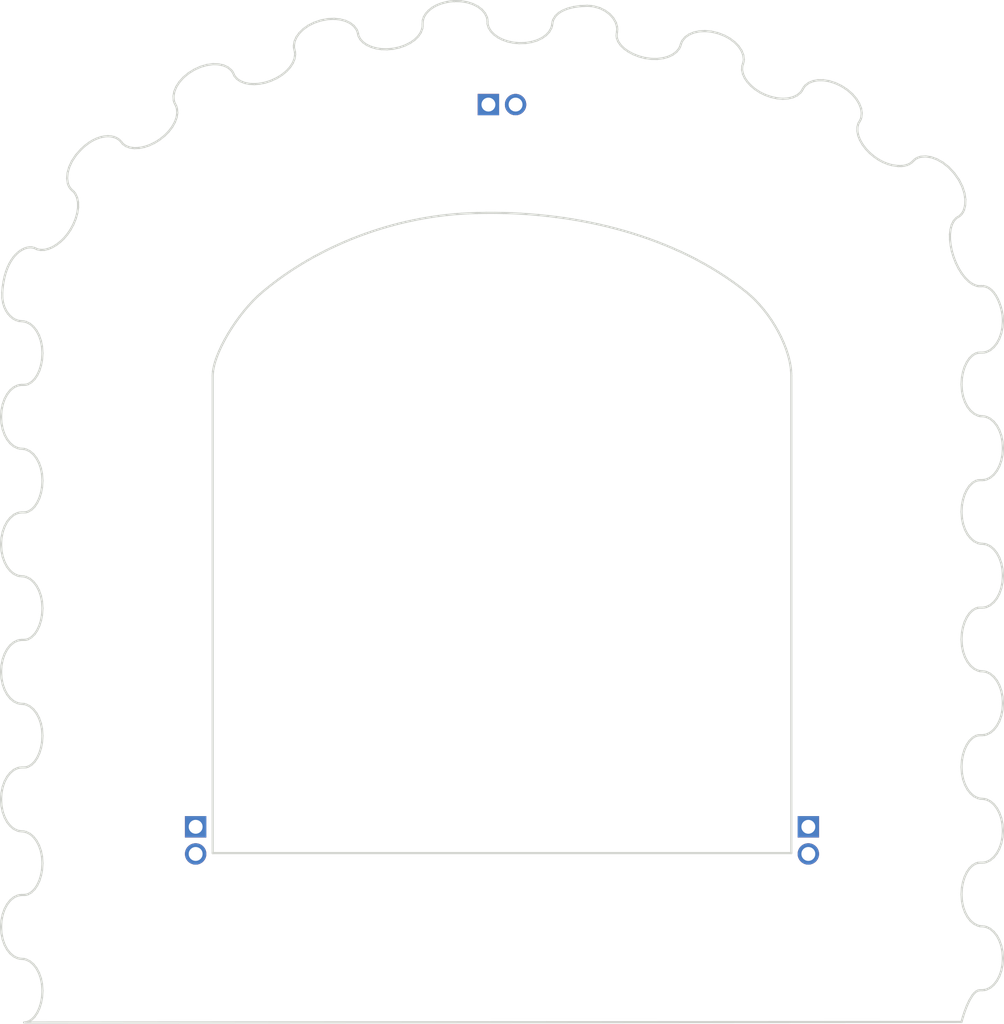
<source format=kicad_pcb>
(kicad_pcb (version 20171130) (host pcbnew "(5.1.5)-3")

  (general
    (thickness 1)
    (drawings 882)
    (tracks 0)
    (zones 0)
    (modules 1)
    (nets 1)
  )

  (page A4)
  (layers
    (0 F.Cu signal)
    (31 B.Cu signal)
    (32 B.Adhes user)
    (33 F.Adhes user)
    (34 B.Paste user)
    (35 F.Paste user)
    (36 B.SilkS user)
    (37 F.SilkS user)
    (38 B.Mask user)
    (39 F.Mask user)
    (40 Dwgs.User user)
    (41 Cmts.User user)
    (42 Eco1.User user)
    (43 Eco2.User user)
    (44 Edge.Cuts user)
    (45 Margin user)
    (46 B.CrtYd user)
    (47 F.CrtYd user)
    (48 B.Fab user)
    (49 F.Fab user)
  )

  (setup
    (last_trace_width 0.25)
    (trace_clearance 0.2)
    (zone_clearance 0.508)
    (zone_45_only no)
    (trace_min 0.2)
    (via_size 0.6)
    (via_drill 0.4)
    (via_min_size 0.4)
    (via_min_drill 0.3)
    (uvia_size 0.3)
    (uvia_drill 0.1)
    (uvias_allowed no)
    (uvia_min_size 0.2)
    (uvia_min_drill 0.1)
    (edge_width 0.15)
    (segment_width 0.2)
    (pcb_text_width 0.3)
    (pcb_text_size 1.5 1.5)
    (mod_edge_width 0.15)
    (mod_text_size 1 1)
    (mod_text_width 0.15)
    (pad_size 1.524 1.524)
    (pad_drill 0.762)
    (pad_to_mask_clearance 0.2)
    (aux_axis_origin 0 0)
    (visible_elements 7FFFFFFF)
    (pcbplotparams
      (layerselection 0x010f0_80000001)
      (usegerberextensions false)
      (usegerberattributes false)
      (usegerberadvancedattributes false)
      (creategerberjobfile false)
      (excludeedgelayer true)
      (linewidth 0.100000)
      (plotframeref false)
      (viasonmask false)
      (mode 1)
      (useauxorigin false)
      (hpglpennumber 1)
      (hpglpenspeed 20)
      (hpglpendiameter 15.000000)
      (psnegative false)
      (psa4output false)
      (plotreference true)
      (plotvalue true)
      (plotinvisibletext false)
      (padsonsilk false)
      (subtractmaskfromsilk false)
      (outputformat 1)
      (mirror false)
      (drillshape 1)
      (scaleselection 1)
      (outputdirectory "gerbers/"))
  )

  (net 0 "")

  (net_class Default "This is the default net class."
    (clearance 0.2)
    (trace_width 0.25)
    (via_dia 0.6)
    (via_drill 0.4)
    (uvia_dia 0.3)
    (uvia_drill 0.1)
  )

  (module Swadge_Parts:blade-plate (layer F.Cu) (tedit 5EB875C7) (tstamp 5EBD0536)
    (at 0 0)
    (fp_text reference Ref** (at 0 0) (layer F.SilkS) hide
      (effects (font (size 1.27 1.27) (thickness 0.15)))
    )
    (fp_text value Val** (at 0 0) (layer F.SilkS) hide
      (effects (font (size 1.27 1.27) (thickness 0.15)))
    )
    (fp_poly (pts (xy -1.883707 -23.895277) (xy -1.71521 -23.89106) (xy -1.590976 -23.879733) (xy -1.490806 -23.858226)
      (xy -1.394501 -23.823464) (xy -1.281861 -23.772376) (xy -1.269717 -23.766628) (xy -0.99114 -23.60399)
      (xy -0.782657 -23.415539) (xy -0.64873 -23.206692) (xy -0.593822 -22.982868) (xy -0.592667 -22.944667)
      (xy -0.55244 -22.724317) (xy -0.438488 -22.521721) (xy -0.260902 -22.342669) (xy -0.029773 -22.192949)
      (xy 0.244807 -22.07835) (xy 0.552747 -22.004661) (xy 0.883956 -21.977669) (xy 1.079592 -21.985423)
      (xy 1.439138 -22.044327) (xy 1.744617 -22.153463) (xy 1.99065 -22.309049) (xy 2.171855 -22.507302)
      (xy 2.282852 -22.744438) (xy 2.306144 -22.847832) (xy 2.385077 -23.07835) (xy 2.538065 -23.277469)
      (xy 2.759429 -23.442269) (xy 3.043489 -23.569828) (xy 3.384567 -23.657229) (xy 3.776984 -23.701549)
      (xy 3.976286 -23.706667) (xy 4.360972 -23.671237) (xy 4.702993 -23.566281) (xy 4.998065 -23.393799)
      (xy 5.241902 -23.155792) (xy 5.288958 -23.093844) (xy 5.361131 -22.986662) (xy 5.405955 -22.892879)
      (xy 5.431319 -22.784792) (xy 5.44511 -22.634697) (xy 5.450521 -22.52647) (xy 5.46599 -22.293669)
      (xy 5.494015 -22.123184) (xy 5.542944 -21.992769) (xy 5.621126 -21.880179) (xy 5.736911 -21.763167)
      (xy 5.737043 -21.763045) (xy 6.049869 -21.531623) (xy 6.410288 -21.36813) (xy 6.812802 -21.274543)
      (xy 7.160429 -21.251333) (xy 7.415961 -21.261176) (xy 7.619736 -21.293661) (xy 7.763289 -21.337811)
      (xy 7.959367 -21.438987) (xy 8.130967 -21.57856) (xy 8.25778 -21.736823) (xy 8.315789 -21.87399)
      (xy 8.388193 -22.039103) (xy 8.521976 -22.202382) (xy 8.69643 -22.341245) (xy 8.793508 -22.394972)
      (xy 9.005535 -22.464785) (xy 9.269351 -22.505941) (xy 9.556556 -22.516961) (xy 9.838752 -22.496365)
      (xy 10.029615 -22.459388) (xy 10.385577 -22.337807) (xy 10.700171 -22.17389) (xy 10.96529 -21.975384)
      (xy 11.172833 -21.750037) (xy 11.314694 -21.505596) (xy 11.382769 -21.249809) (xy 11.387667 -21.161111)
      (xy 11.378301 -21.012591) (xy 11.354816 -20.8803) (xy 11.344085 -20.845884) (xy 11.324035 -20.742786)
      (xy 11.339393 -20.610045) (xy 11.368526 -20.497267) (xy 11.471981 -20.274546) (xy 11.644612 -20.053851)
      (xy 11.871499 -19.847028) (xy 12.137723 -19.66592) (xy 12.428364 -19.522371) (xy 12.709938 -19.432393)
      (xy 12.8493 -19.410491) (xy 13.030433 -19.395363) (xy 13.186834 -19.390631) (xy 13.427756 -19.404337)
      (xy 13.621338 -19.453029) (xy 13.787052 -19.547778) (xy 13.944368 -19.699658) (xy 14.109741 -19.91543)
      (xy 14.264062 -20.064727) (xy 14.475509 -20.165831) (xy 14.731407 -20.218464) (xy 15.019078 -20.222351)
      (xy 15.325848 -20.177216) (xy 15.639039 -20.082782) (xy 15.917003 -19.954826) (xy 16.237357 -19.747643)
      (xy 16.499057 -19.510877) (xy 16.698149 -19.252659) (xy 16.830678 -18.981123) (xy 16.892689 -18.704399)
      (xy 16.880226 -18.430621) (xy 16.789335 -18.16792) (xy 16.787643 -18.164659) (xy 16.73385 -17.979415)
      (xy 16.735995 -17.754619) (xy 16.792357 -17.512718) (xy 16.848199 -17.375536) (xy 16.927191 -17.246096)
      (xy 17.049888 -17.086436) (xy 17.196201 -16.922003) (xy 17.24757 -16.869714) (xy 17.58502 -16.586143)
      (xy 17.943306 -16.383568) (xy 18.325701 -16.260161) (xy 18.345966 -16.255944) (xy 18.606258 -16.223246)
      (xy 18.825035 -16.246676) (xy 19.028967 -16.332164) (xy 19.193109 -16.444363) (xy 19.414528 -16.586364)
      (xy 19.633591 -16.657916) (xy 19.872727 -16.663318) (xy 20.107215 -16.619444) (xy 20.454239 -16.488764)
      (xy 20.784037 -16.283946) (xy 21.085713 -16.015278) (xy 21.348368 -15.693051) (xy 21.561107 -15.327556)
      (xy 21.623154 -15.187906) (xy 21.681937 -15.024103) (xy 21.716187 -14.866422) (xy 21.731928 -14.680045)
      (xy 21.734982 -14.5415) (xy 21.723912 -14.268229) (xy 21.681279 -14.059658) (xy 21.600749 -13.899667)
      (xy 21.475985 -13.772134) (xy 21.4156 -13.728789) (xy 21.25958 -13.593962) (xy 21.152271 -13.422022)
      (xy 21.088788 -13.200448) (xy 21.064242 -12.916719) (xy 21.063663 -12.827) (xy 21.083632 -12.475738)
      (xy 21.143254 -12.152981) (xy 21.250027 -11.828584) (xy 21.389634 -11.516412) (xy 21.58938 -11.172083)
      (xy 21.811925 -10.905284) (xy 22.055437 -10.7175) (xy 22.318083 -10.610211) (xy 22.542415 -10.583333)
      (xy 22.739235 -10.54219) (xy 22.927675 -10.423457) (xy 23.101597 -10.234183) (xy 23.254866 -9.981416)
      (xy 23.381345 -9.672203) (xy 23.407084 -9.590199) (xy 23.453232 -9.419003) (xy 23.480132 -9.26748)
      (xy 23.49091 -9.104609) (xy 23.488687 -8.899368) (xy 23.48543 -8.812107) (xy 23.456359 -8.471477)
      (xy 23.396129 -8.192722) (xy 23.29829 -7.95674) (xy 23.156391 -7.744424) (xy 23.10389 -7.682062)
      (xy 22.912394 -7.502308) (xy 22.716996 -7.399376) (xy 22.503831 -7.366008) (xy 22.500167 -7.366)
      (xy 22.266799 -7.325551) (xy 22.058406 -7.206253) (xy 21.87858 -7.011178) (xy 21.730912 -6.7434)
      (xy 21.708398 -6.688667) (xy 21.666317 -6.565521) (xy 21.638701 -6.43669) (xy 21.622659 -6.279478)
      (xy 21.615298 -6.071188) (xy 21.614008 -5.947833) (xy 21.61393 -5.729275) (xy 21.6191 -5.572913)
      (xy 21.633311 -5.456288) (xy 21.660355 -5.356943) (xy 21.704025 -5.252419) (xy 21.746261 -5.164667)
      (xy 21.821321 -5.017924) (xy 21.889592 -4.894996) (xy 21.936603 -4.821905) (xy 21.937452 -4.820854)
      (xy 22.051696 -4.714074) (xy 22.199587 -4.618108) (xy 22.349266 -4.550866) (xy 22.455429 -4.529667)
      (xy 22.613545 -4.500484) (xy 22.796205 -4.423978) (xy 22.972394 -4.31671) (xy 23.111093 -4.195242)
      (xy 23.134344 -4.167149) (xy 23.215256 -4.045374) (xy 23.305017 -3.887281) (xy 23.360041 -3.777635)
      (xy 23.406453 -3.672892) (xy 23.438149 -3.578833) (xy 23.457858 -3.475703) (xy 23.468306 -3.343751)
      (xy 23.472219 -3.163223) (xy 23.472461 -2.963333) (xy 23.469965 -2.717052) (xy 23.46225 -2.535149)
      (xy 23.446919 -2.397385) (xy 23.421579 -2.283519) (xy 23.383833 -2.173309) (xy 23.376873 -2.155641)
      (xy 23.235451 -1.882706) (xy 23.054517 -1.66201) (xy 22.844761 -1.502498) (xy 22.616874 -1.413117)
      (xy 22.470103 -1.396842) (xy 22.251466 -1.357674) (xy 22.055157 -1.239215) (xy 21.890001 -1.056678)
      (xy 21.770515 -0.8658) (xy 21.688355 -0.665723) (xy 21.638368 -0.436047) (xy 21.615401 -0.15637)
      (xy 21.612443 0.042333) (xy 21.614483 0.257804) (xy 21.622071 0.412341) (xy 21.639408 0.529668)
      (xy 21.670693 0.633506) (xy 21.720127 0.747578) (xy 21.747354 0.804333) (xy 21.82179 0.95123)
      (xy 21.889654 1.074231) (xy 21.936522 1.147226) (xy 21.937268 1.148146) (xy 22.037977 1.243208)
      (xy 22.171492 1.335245) (xy 22.307804 1.406418) (xy 22.416903 1.438885) (xy 22.427079 1.439333)
      (xy 22.681065 1.480224) (xy 22.913679 1.600314) (xy 23.119898 1.795728) (xy 23.294698 2.062592)
      (xy 23.331404 2.136814) (xy 23.397659 2.28925) (xy 23.440443 2.424062) (xy 23.466256 2.571393)
      (xy 23.481602 2.761384) (xy 23.48619 2.854374) (xy 23.485812 3.232427) (xy 23.446042 3.550629)
      (xy 23.364095 3.825471) (xy 23.298176 3.967667) (xy 23.124254 4.231726) (xy 22.921449 4.42284)
      (xy 22.694677 4.537421) (xy 22.470103 4.572158) (xy 22.251466 4.611326) (xy 22.055157 4.729785)
      (xy 21.890001 4.912322) (xy 21.770499 5.103151) (xy 21.68839 5.302964) (xy 21.638524 5.53219)
      (xy 21.615749 5.811259) (xy 21.612948 6.011333) (xy 21.615654 6.231186) (xy 21.624412 6.390069)
      (xy 21.643009 6.511648) (xy 21.675235 6.619592) (xy 21.724879 6.737566) (xy 21.731564 6.752167)
      (xy 21.881607 7.016786) (xy 22.056301 7.218726) (xy 22.247712 7.35108) (xy 22.447913 7.406936)
      (xy 22.484699 7.408333) (xy 22.659227 7.439922) (xy 22.849287 7.523323) (xy 23.021146 7.641493)
      (xy 23.098604 7.718548) (xy 23.176113 7.827589) (xy 23.266445 7.979807) (xy 23.343009 8.128)
      (xy 23.395947 8.243277) (xy 23.432265 8.340558) (xy 23.455088 8.440065) (xy 23.467539 8.562024)
      (xy 23.472746 8.726659) (xy 23.473831 8.954192) (xy 23.473834 8.974667) (xy 23.472934 9.207818)
      (xy 23.468151 9.37653) (xy 23.456361 9.501027) (xy 23.434438 9.601533) (xy 23.399257 9.698271)
      (xy 23.347694 9.811467) (xy 23.343009 9.821333) (xy 23.174355 10.118455) (xy 22.988033 10.334779)
      (xy 22.78084 10.472931) (xy 22.549575 10.535535) (xy 22.466315 10.54007) (xy 22.245712 10.58225)
      (xy 22.046033 10.703324) (xy 21.87207 10.89907) (xy 21.728611 11.165266) (xy 21.712668 11.20428)
      (xy 21.667641 11.332083) (xy 21.638639 11.45813) (xy 21.622424 11.606747) (xy 21.615759 11.802259)
      (xy 21.614989 11.938) (xy 21.617773 12.16922) (xy 21.628332 12.340546) (xy 21.649975 12.476635)
      (xy 21.686013 12.602141) (xy 21.714434 12.678833) (xy 21.827627 12.901667) (xy 21.975525 13.096743)
      (xy 22.142292 13.247846) (xy 22.31209 13.338758) (xy 22.373945 13.354123) (xy 22.65293 13.412975)
      (xy 22.867711 13.498717) (xy 23.037819 13.625712) (xy 23.182784 13.808322) (xy 23.314827 14.046048)
      (xy 23.473834 14.367775) (xy 23.473834 14.941471) (xy 23.472945 15.175071) (xy 23.46821 15.344157)
      (xy 23.456524 15.468879) (xy 23.434779 15.569386) (xy 23.399872 15.665828) (xy 23.348696 15.778354)
      (xy 23.343009 15.790333) (xy 23.25909 15.951732) (xy 23.169031 16.101724) (xy 23.098604 16.199785)
      (xy 22.913977 16.358302) (xy 22.683515 16.466236) (xy 22.437672 16.50972) (xy 22.417254 16.51)
      (xy 22.300653 16.515482) (xy 22.213453 16.541432) (xy 22.127016 16.602111) (xy 22.013392 16.711083)
      (xy 21.85212 16.899135) (xy 21.737609 17.098991) (xy 21.663907 17.328512) (xy 21.625063 17.605563)
      (xy 21.614989 17.907) (xy 21.617949 18.140596) (xy 21.62889 18.313525) (xy 21.650902 18.449643)
      (xy 21.687077 18.572807) (xy 21.708667 18.630026) (xy 21.841185 18.888933) (xy 22.009218 19.099485)
      (xy 22.201247 19.251449) (xy 22.405756 19.334593) (xy 22.51592 19.347263) (xy 22.671671 19.377693)
      (xy 22.847855 19.45529) (xy 23.009876 19.562875) (xy 23.078702 19.626745) (xy 23.26859 19.886871)
      (xy 23.399353 20.196059) (xy 23.472382 20.559209) (xy 23.489069 20.981219) (xy 23.486287 21.061793)
      (xy 23.474077 21.270525) (xy 23.454519 21.425484) (xy 23.420411 21.557564) (xy 23.36455 21.69766)
      (xy 23.311674 21.810752) (xy 23.147115 22.091507) (xy 22.959268 22.293355) (xy 22.743017 22.420085)
      (xy 22.493246 22.475483) (xy 22.409302 22.478764) (xy 22.269165 22.518044) (xy 22.130707 22.636295)
      (xy 21.993008 22.834886) (xy 21.855144 23.115185) (xy 21.716195 23.47856) (xy 21.696202 23.537333)
      (xy 21.561235 23.9395) (xy -0.416549 23.950124) (xy -2.058666 23.950899) (xy -3.6182 23.951593)
      (xy -5.097236 23.9522) (xy -6.497857 23.952717) (xy -7.822148 23.953137) (xy -9.072192 23.953456)
      (xy -10.250074 23.953668) (xy -11.357877 23.953769) (xy -12.397686 23.953754) (xy -13.371585 23.953617)
      (xy -14.281657 23.953354) (xy -15.129988 23.95296) (xy -15.91866 23.952429) (xy -16.649758 23.951757)
      (xy -17.325366 23.950938) (xy -17.947567 23.949968) (xy -18.518447 23.948841) (xy -19.040089 23.947553)
      (xy -19.514576 23.946098) (xy -19.943994 23.944472) (xy -20.330426 23.942669) (xy -20.675956 23.940684)
      (xy -20.982668 23.938513) (xy -21.252647 23.936151) (xy -21.487975 23.933591) (xy -21.690738 23.93083)
      (xy -21.863019 23.927863) (xy -22.006903 23.924683) (xy -22.124473 23.921287) (xy -22.217813 23.917669)
      (xy -22.289008 23.913825) (xy -22.340142 23.909748) (xy -22.373298 23.905435) (xy -22.39056 23.90088)
      (xy -22.394333 23.897207) (xy -22.358324 23.84567) (xy -22.301359 23.833667) (xy -22.15236 23.793799)
      (xy -22.001778 23.682636) (xy -21.858986 23.512839) (xy -21.733354 23.297067) (xy -21.634255 23.04798)
      (xy -21.587479 22.869291) (xy -21.557485 22.614505) (xy -21.559332 22.323922) (xy -21.590486 22.033208)
      (xy -21.648411 21.778034) (xy -21.669389 21.717) (xy -21.795543 21.4635) (xy -21.959595 21.254346)
      (xy -22.149118 21.100586) (xy -22.351686 21.013263) (xy -22.479 20.997333) (xy -22.676409 20.957684)
      (xy -22.875452 20.846737) (xy -23.0626 20.676489) (xy -23.224321 20.458939) (xy -23.334539 20.238692)
      (xy -23.374376 20.127269) (xy -23.401445 20.01526) (xy -23.418139 19.882424) (xy -23.426856 19.70852)
      (xy -23.42999 19.473307) (xy -23.430128 19.431) (xy -23.430027 19.325167) (xy -23.314153 19.325167)
      (xy -23.308775 19.665006) (xy -23.251413 19.982323) (xy -23.147911 20.266448) (xy -23.004109 20.506715)
      (xy -22.825848 20.692455) (xy -22.618971 20.813) (xy -22.479 20.850304) (xy -22.227776 20.906275)
      (xy -22.030752 20.994855) (xy -21.870302 21.118548) (xy -21.694267 21.33579) (xy -21.55572 21.613628)
      (xy -21.459546 21.934522) (xy -21.410632 22.280928) (xy -21.413864 22.635306) (xy -21.423376 22.722969)
      (xy -21.476165 23.031491) (xy -21.551668 23.283589) (xy -21.660112 23.506581) (xy -21.787652 23.696083)
      (xy -21.890642 23.833667) (xy 21.449119 23.833667) (xy 21.521943 23.571734) (xy 21.613692 23.291738)
      (xy 21.726023 23.02766) (xy 21.851453 22.79129) (xy 21.982503 22.594416) (xy 22.111692 22.448831)
      (xy 22.231539 22.366323) (xy 22.295847 22.352) (xy 22.57116 22.313436) (xy 22.810977 22.199031)
      (xy 23.013272 22.010711) (xy 23.176018 21.750406) (xy 23.297191 21.420042) (xy 23.304702 21.391897)
      (xy 23.364362 20.998648) (xy 23.342228 20.603989) (xy 23.239858 20.221368) (xy 23.144674 20.010908)
      (xy 23.022946 19.809708) (xy 22.891273 19.665137) (xy 22.730236 19.564399) (xy 22.520416 19.494699)
      (xy 22.295283 19.45125) (xy 22.123587 19.386977) (xy 21.947808 19.256096) (xy 21.784208 19.074183)
      (xy 21.649051 18.856818) (xy 21.627321 18.811465) (xy 21.522533 18.510341) (xy 21.465059 18.183701)
      (xy 21.452509 17.846213) (xy 21.482495 17.512548) (xy 21.552626 17.197374) (xy 21.660513 16.915361)
      (xy 21.803765 16.681179) (xy 21.979992 16.509496) (xy 22.00509 16.492603) (xy 22.1769 16.415457)
      (xy 22.391443 16.367881) (xy 22.4155 16.365035) (xy 22.685298 16.302054) (xy 22.901377 16.175204)
      (xy 23.069355 15.981014) (xy 23.089127 15.948644) (xy 23.252389 15.592372) (xy 23.342899 15.214315)
      (xy 23.360277 14.829288) (xy 23.304142 14.452104) (xy 23.174117 14.097575) (xy 23.138294 14.029028)
      (xy 22.970718 13.788848) (xy 22.771623 13.624118) (xy 22.532926 13.528927) (xy 22.427471 13.509392)
      (xy 22.177322 13.446378) (xy 21.970568 13.3263) (xy 21.796822 13.140523) (xy 21.645699 12.880413)
      (xy 21.629644 12.846091) (xy 21.505986 12.480192) (xy 21.450519 12.084809) (xy 21.4622 11.679199)
      (xy 21.53999 11.282619) (xy 21.682848 10.914324) (xy 21.739697 10.809737) (xy 21.882199 10.618954)
      (xy 22.055114 10.494562) (xy 22.277098 10.425022) (xy 22.386472 10.409703) (xy 22.645505 10.353842)
      (xy 22.855977 10.239541) (xy 23.031563 10.057332) (xy 23.138294 9.889305) (xy 23.269908 9.579823)
      (xy 23.34284 9.247009) (xy 23.359255 8.905759) (xy 23.321318 8.570964) (xy 23.231193 8.25752)
      (xy 23.091046 7.980319) (xy 22.903042 7.754255) (xy 22.817668 7.6835) (xy 22.687326 7.615331)
      (xy 22.522255 7.565091) (xy 22.464926 7.555029) (xy 22.242654 7.508099) (xy 22.066635 7.42524)
      (xy 21.900436 7.288725) (xy 21.883781 7.272268) (xy 21.709869 7.046367) (xy 21.580826 6.771366)
      (xy 21.495989 6.461615) (xy 21.454699 6.131466) (xy 21.456293 5.795272) (xy 21.50011 5.467383)
      (xy 21.58549 5.162151) (xy 21.711771 4.893928) (xy 21.878292 4.677065) (xy 22.008271 4.57013)
      (xy 22.202208 4.471872) (xy 22.369841 4.44407) (xy 22.602857 4.411991) (xy 22.80576 4.314791)
      (xy 22.985284 4.146986) (xy 23.148163 3.90309) (xy 23.228358 3.744714) (xy 23.282913 3.618863)
      (xy 23.317597 3.506605) (xy 23.336812 3.381978) (xy 23.344958 3.21902) (xy 23.34646 3.048)
      (xy 23.319914 2.647318) (xy 23.240536 2.306291) (xy 23.109801 2.027287) (xy 22.929184 1.812671)
      (xy 22.700158 1.66481) (xy 22.436667 1.587948) (xy 22.273878 1.545574) (xy 22.10851 1.477695)
      (xy 22.073862 1.459111) (xy 21.871023 1.295941) (xy 21.706307 1.070427) (xy 21.58099 0.796453)
      (xy 21.49635 0.487902) (xy 21.453662 0.158659) (xy 21.454203 -0.177392) (xy 21.49925 -0.506368)
      (xy 21.590078 -0.814384) (xy 21.727965 -1.087556) (xy 21.827421 -1.221553) (xy 22.001852 -1.392704)
      (xy 22.175563 -1.490591) (xy 22.365845 -1.524679) (xy 22.381648 -1.52493) (xy 22.576969 -1.556773)
      (xy 22.77738 -1.638638) (xy 22.943064 -1.753142) (xy 22.97274 -1.782999) (xy 23.143775 -2.025249)
      (xy 23.264702 -2.309713) (xy 23.336493 -2.6218) (xy 23.360118 -2.946918) (xy 23.336551 -3.270474)
      (xy 23.266763 -3.577878) (xy 23.151725 -3.854536) (xy 22.992411 -4.085859) (xy 22.808733 -4.245339)
      (xy 22.663523 -4.316068) (xy 22.493602 -4.367603) (xy 22.439834 -4.377084) (xy 22.226429 -4.436346)
      (xy 22.027163 -4.541278) (xy 21.829713 -4.721544) (xy 21.67226 -4.962532) (xy 21.555895 -5.249763)
      (xy 21.48171 -5.568762) (xy 21.450795 -5.905049) (xy 21.464243 -6.244149) (xy 21.523146 -6.571582)
      (xy 21.628593 -6.872873) (xy 21.781678 -7.133544) (xy 21.827421 -7.190553) (xy 22.000333 -7.360597)
      (xy 22.172311 -7.458001) (xy 22.361555 -7.492601) (xy 22.387061 -7.493) (xy 22.629308 -7.53297)
      (xy 22.846624 -7.647806) (xy 23.033206 -7.829894) (xy 23.18325 -8.071621) (xy 23.290951 -8.365375)
      (xy 23.350507 -8.703542) (xy 23.355298 -8.763) (xy 23.348622 -9.119779) (xy 23.285047 -9.470756)
      (xy 23.170902 -9.797316) (xy 23.012515 -10.080839) (xy 22.838851 -10.282465) (xy 22.722629 -10.38212)
      (xy 22.629515 -10.434356) (xy 22.525235 -10.454006) (xy 22.437151 -10.456334) (xy 22.171621 -10.498041)
      (xy 21.916892 -10.621329) (xy 21.676247 -10.823446) (xy 21.452972 -11.101639) (xy 21.252437 -11.44894)
      (xy 21.069963 -11.88078) (xy 20.960355 -12.300316) (xy 20.918818 -12.72896) (xy 20.920969 -12.928419)
      (xy 20.945719 -13.222418) (xy 20.996889 -13.449037) (xy 21.080566 -13.623085) (xy 21.202837 -13.759372)
      (xy 21.288955 -13.82374) (xy 21.453587 -13.979376) (xy 21.55698 -14.179822) (xy 21.602657 -14.415346)
      (xy 21.594137 -14.676218) (xy 21.534942 -14.952706) (xy 21.428592 -15.235079) (xy 21.27861 -15.513606)
      (xy 21.088514 -15.778556) (xy 20.861828 -16.020198) (xy 20.602071 -16.2288) (xy 20.368543 -16.367526)
      (xy 20.168349 -16.450557) (xy 19.959898 -16.49309) (xy 19.832439 -16.503258) (xy 19.67454 -16.509064)
      (xy 19.569446 -16.500172) (xy 19.48543 -16.466639) (xy 19.390764 -16.398522) (xy 19.324204 -16.343989)
      (xy 19.119031 -16.199878) (xy 18.915221 -16.118964) (xy 18.67819 -16.088929) (xy 18.6055 -16.087938)
      (xy 18.218246 -16.129801) (xy 17.84863 -16.252947) (xy 17.49486 -16.458197) (xy 17.155141 -16.746376)
      (xy 17.1415 -16.75996) (xy 16.897663 -17.030181) (xy 16.727031 -17.282821) (xy 16.623436 -17.529764)
      (xy 16.580705 -17.782889) (xy 16.578836 -17.8435) (xy 16.594327 -18.056437) (xy 16.650734 -18.234998)
      (xy 16.675183 -18.284882) (xy 16.753182 -18.518711) (xy 16.747119 -18.761969) (xy 16.656979 -19.014705)
      (xy 16.482745 -19.276971) (xy 16.321447 -19.455544) (xy 16.067649 -19.671293) (xy 15.778776 -19.850789)
      (xy 15.4733 -19.986577) (xy 15.169692 -20.0712) (xy 14.886425 -20.097203) (xy 14.759297 -20.08607)
      (xy 14.533812 -20.01865) (xy 14.330463 -19.900749) (xy 14.175572 -19.749079) (xy 14.137976 -19.691636)
      (xy 13.984892 -19.500961) (xy 13.7771 -19.362366) (xy 13.525775 -19.274751) (xy 13.242093 -19.237016)
      (xy 12.937228 -19.248062) (xy 12.622354 -19.306789) (xy 12.308646 -19.412097) (xy 12.007279 -19.562886)
      (xy 11.729427 -19.758058) (xy 11.528841 -19.948403) (xy 11.409328 -20.083803) (xy 11.322083 -20.201724)
      (xy 11.262871 -20.318825) (xy 11.227457 -20.45177) (xy 11.211606 -20.617218) (xy 11.211081 -20.831831)
      (xy 11.221647 -21.112272) (xy 11.223403 -21.149943) (xy 11.193225 -21.387236) (xy 11.083747 -21.616635)
      (xy 10.900327 -21.831738) (xy 10.648318 -22.026142) (xy 10.360931 -22.181014) (xy 9.977633 -22.319033)
      (xy 9.607588 -22.381415) (xy 9.257834 -22.367853) (xy 8.93541 -22.27804) (xy 8.86491 -22.246101)
      (xy 8.662958 -22.121301) (xy 8.525072 -21.967194) (xy 8.43089 -21.760821) (xy 8.428785 -21.754381)
      (xy 8.319675 -21.549723) (xy 8.142467 -21.377772) (xy 7.908748 -21.242611) (xy 7.630103 -21.148325)
      (xy 7.318116 -21.099) (xy 6.984373 -21.098719) (xy 6.688667 -21.140844) (xy 6.344309 -21.240077)
      (xy 6.022883 -21.383248) (xy 5.7463 -21.559131) (xy 5.577118 -21.710385) (xy 5.421132 -21.90902)
      (xy 5.336958 -22.104184) (xy 5.316119 -22.319271) (xy 5.323077 -22.411399) (xy 5.311198 -22.663176)
      (xy 5.223924 -22.900838) (xy 5.070352 -23.115741) (xy 4.859576 -23.299243) (xy 4.600693 -23.442701)
      (xy 4.302797 -23.537471) (xy 4.106334 -23.567631) (xy 3.858963 -23.57009) (xy 3.572389 -23.540603)
      (xy 3.28339 -23.484568) (xy 3.037907 -23.410841) (xy 2.856564 -23.320915) (xy 2.689275 -23.199159)
      (xy 2.556622 -23.063867) (xy 2.47919 -22.933335) (xy 2.471719 -22.907568) (xy 2.423195 -22.703518)
      (xy 2.378519 -22.559639) (xy 2.32653 -22.452775) (xy 2.256066 -22.359772) (xy 2.160443 -22.261807)
      (xy 1.962273 -22.099766) (xy 1.742269 -21.98354) (xy 1.483121 -21.906971) (xy 1.167522 -21.863901)
      (xy 1.015471 -21.854389) (xy 0.630937 -21.856238) (xy 0.302503 -21.902724) (xy 0.012133 -21.997591)
      (xy -0.196993 -22.106044) (xy -0.387036 -22.246497) (xy -0.545174 -22.412072) (xy -0.654674 -22.582573)
      (xy -0.695887 -22.708129) (xy -0.716539 -22.842326) (xy -0.739887 -22.99134) (xy -0.741479 -23.001384)
      (xy -0.807799 -23.176844) (xy -0.943237 -23.352649) (xy -1.133591 -23.514107) (xy -1.364659 -23.646523)
      (xy -1.365357 -23.646843) (xy -1.496902 -23.702961) (xy -1.61258 -23.738669) (xy -1.738933 -23.758542)
      (xy -1.902505 -23.767151) (xy -2.074333 -23.768993) (xy -2.480833 -23.743209) (xy -2.830967 -23.665014)
      (xy -3.121413 -23.536576) (xy -3.34885 -23.360066) (xy -3.509958 -23.137653) (xy -3.601415 -22.871506)
      (xy -3.617047 -22.761193) (xy -3.661206 -22.508098) (xy -3.750559 -22.30344) (xy -3.900239 -22.116505)
      (xy -3.966 -22.052966) (xy -4.246434 -21.847859) (xy -4.582727 -21.691448) (xy -4.957601 -21.58977)
      (xy -5.353781 -21.548862) (xy -5.410167 -21.548328) (xy -5.775745 -21.576222) (xy -6.097859 -21.655275)
      (xy -6.369123 -21.781232) (xy -6.582147 -21.94984) (xy -6.729546 -22.156843) (xy -6.794939 -22.345727)
      (xy -6.844341 -22.463364) (xy -6.935769 -22.594459) (xy -6.983274 -22.646608) (xy -7.19333 -22.799619)
      (xy -7.453277 -22.899017) (xy -7.748712 -22.946278) (xy -8.065232 -22.942877) (xy -8.388434 -22.890288)
      (xy -8.703914 -22.789987) (xy -8.997269 -22.643448) (xy -9.254095 -22.452147) (xy -9.298972 -22.409475)
      (xy -9.466041 -22.22094) (xy -9.565933 -22.045679) (xy -9.608679 -21.862219) (xy -9.611146 -21.741172)
      (xy -9.603613 -21.496359) (xy -9.60532 -21.316151) (xy -9.618892 -21.180745) (xy -9.646957 -21.070337)
      (xy -9.692142 -20.965124) (xy -9.721511 -20.90913) (xy -9.913266 -20.640139) (xy -10.170482 -20.403444)
      (xy -10.47778 -20.206178) (xy -10.81978 -20.055475) (xy -11.181101 -19.958469) (xy -11.546364 -19.922294)
      (xy -11.812557 -19.93922) (xy -12.108849 -20.006704) (xy -12.335436 -20.116836) (xy -12.49723 -20.272253)
      (xy -12.532427 -20.325655) (xy -12.690873 -20.548273) (xy -12.868279 -20.699709) (xy -13.08126 -20.789095)
      (xy -13.346434 -20.82556) (xy -13.445745 -20.827542) (xy -13.751227 -20.797259) (xy -14.049339 -20.713058)
      (xy -14.331981 -20.583222) (xy -14.591051 -20.416033) (xy -14.81845 -20.219773) (xy -15.006078 -20.002724)
      (xy -15.145835 -19.773169) (xy -15.22962 -19.539391) (xy -15.249334 -19.30967) (xy -15.196875 -19.09229)
      (xy -15.179166 -19.055156) (xy -15.114412 -18.845614) (xy -15.108923 -18.597272) (xy -15.161425 -18.33052)
      (xy -15.236794 -18.133404) (xy -15.416757 -17.837269) (xy -15.66091 -17.564665) (xy -15.952437 -17.327282)
      (xy -16.27452 -17.136805) (xy -16.610343 -17.004923) (xy -16.943089 -16.943325) (xy -16.949796 -16.942877)
      (xy -17.194125 -16.934131) (xy -17.379011 -16.948563) (xy -17.528062 -16.992903) (xy -17.664889 -17.07388)
      (xy -17.798274 -17.184714) (xy -17.936162 -17.296791) (xy -18.075666 -17.389687) (xy -18.180342 -17.440731)
      (xy -18.411815 -17.474667) (xy -18.664804 -17.43888) (xy -18.928991 -17.342104) (xy -19.194059 -17.193069)
      (xy -19.449693 -17.00051) (xy -19.685574 -16.773158) (xy -19.891386 -16.519745) (xy -20.056812 -16.249004)
      (xy -20.171536 -15.969667) (xy -20.223548 -15.711322) (xy -20.224626 -15.516465) (xy -20.182965 -15.343341)
      (xy -20.089451 -15.166996) (xy -19.962046 -14.995514) (xy -19.868023 -14.859809) (xy -19.794067 -14.718521)
      (xy -19.771597 -14.656848) (xy -19.730433 -14.364306) (xy -19.754203 -14.040577) (xy -19.837464 -13.701543)
      (xy -19.974774 -13.363089) (xy -20.16069 -13.041096) (xy -20.38977 -12.751448) (xy -20.443705 -12.695362)
      (xy -20.734763 -12.441925) (xy -21.021716 -12.268479) (xy -21.301976 -12.175981) (xy -21.572954 -12.16539)
      (xy -21.759333 -12.208481) (xy -21.947138 -12.261905) (xy -22.099434 -12.268467) (xy -22.252038 -12.226928)
      (xy -22.338157 -12.188455) (xy -22.567251 -12.033214) (xy -22.772266 -11.806943) (xy -22.947989 -11.521148)
      (xy -23.089203 -11.187337) (xy -23.190693 -10.817017) (xy -23.247245 -10.421696) (xy -23.257444 -10.16)
      (xy -23.228159 -9.801959) (xy -23.142635 -9.505063) (xy -23.001712 -9.270487) (xy -22.806228 -9.099409)
      (xy -22.557022 -8.993005) (xy -22.404599 -8.963383) (xy -22.145505 -8.889699) (xy -21.917708 -8.74449)
      (xy -21.725768 -8.53656) (xy -21.574242 -8.274717) (xy -21.467688 -7.967768) (xy -21.410666 -7.624519)
      (xy -21.407734 -7.253777) (xy -21.426247 -7.073193) (xy -21.501613 -6.709857) (xy -21.6177 -6.402741)
      (xy -21.770419 -6.157162) (xy -21.955683 -5.978434) (xy -22.169404 -5.871872) (xy -22.373167 -5.842)
      (xy -22.600926 -5.801009) (xy -22.812686 -5.682665) (xy -23.000366 -5.493908) (xy -23.155888 -5.24168)
      (xy -23.206839 -5.125693) (xy -23.251597 -4.995718) (xy -23.279847 -4.862487) (xy -23.29493 -4.700925)
      (xy -23.300186 -4.485961) (xy -23.300356 -4.423833) (xy -23.284196 -4.079127) (xy -23.232113 -3.796322)
      (xy -23.138705 -3.558345) (xy -22.998568 -3.348122) (xy -22.937888 -3.278383) (xy -22.796664 -3.144141)
      (xy -22.654082 -3.058957) (xy -22.478169 -3.007037) (xy -22.344911 -2.985494) (xy -22.103345 -2.912368)
      (xy -21.890039 -2.766171) (xy -21.709951 -2.555224) (xy -21.568038 -2.287854) (xy -21.469256 -1.972384)
      (xy -21.418562 -1.617138) (xy -21.412844 -1.420298) (xy -21.444948 -0.995667) (xy -21.533429 -0.629859)
      (xy -21.677543 -0.324846) (xy -21.876547 -0.0826) (xy -21.936506 -0.030689) (xy -22.061868 0.051627)
      (xy -22.204978 0.100068) (xy -22.35984 0.123725) (xy -22.553982 0.151855) (xy -22.694323 0.196694)
      (xy -22.811718 0.273401) (xy -22.937017 0.397136) (xy -22.953787 0.415574) (xy -23.106631 0.620293)
      (xy -23.211834 0.850561) (xy -23.274416 1.122739) (xy -23.299398 1.453186) (xy -23.300356 1.545167)
      (xy -23.297158 1.773964) (xy -23.285206 1.943958) (xy -23.260968 2.080853) (xy -23.220909 2.210352)
      (xy -23.202121 2.259637) (xy -23.090049 2.479901) (xy -22.944163 2.67447) (xy -22.780282 2.827018)
      (xy -22.614226 2.921222) (xy -22.5425 2.940309) (xy -22.311807 2.983663) (xy -22.140563 3.03733)
      (xy -22.003559 3.112703) (xy -21.875583 3.221174) (xy -21.838474 3.258473) (xy -21.652236 3.507971)
      (xy -21.515456 3.814669) (xy -21.431816 4.164542) (xy -21.405 4.543565) (xy -21.424152 4.836583)
      (xy -21.495531 5.203021) (xy -21.610037 5.513788) (xy -21.76361 5.763673) (xy -21.952187 5.947462)
      (xy -22.171707 6.059942) (xy -22.40534 6.096) (xy -22.631384 6.136906) (xy -22.836093 6.25828)
      (xy -23.017232 6.458106) (xy -23.172566 6.734368) (xy -23.20975 6.821697) (xy -23.269192 7.038841)
      (xy -23.30148 7.30708) (xy -23.306696 7.597346) (xy -23.284925 7.880568) (xy -23.236248 8.127675)
      (xy -23.205766 8.218893) (xy -23.065807 8.498153) (xy -22.890701 8.705064) (xy -22.669735 8.848343)
      (xy -22.392192 8.936709) (xy -22.303814 8.952652) (xy -22.076281 9.029529) (xy -21.873095 9.179463)
      (xy -21.6999 9.392935) (xy -21.56234 9.660425) (xy -21.466058 9.972417) (xy -21.4167 10.31939)
      (xy -21.411429 10.457643) (xy -21.432646 10.850458) (xy -21.502073 11.199141) (xy -21.615834 11.497504)
      (xy -21.770052 11.739356) (xy -21.960851 11.918509) (xy -22.184353 12.028775) (xy -22.417609 12.06407)
      (xy -22.631944 12.105691) (xy -22.828432 12.222051) (xy -23.000614 12.403988) (xy -23.142028 12.642345)
      (xy -23.246214 12.92796) (xy -23.30671 13.251674) (xy -23.314079 13.335) (xy -23.308558 13.696756)
      (xy -23.244625 14.040685) (xy -23.127444 14.34921) (xy -22.96218 14.604754) (xy -22.930406 14.64087)
      (xy -22.788426 14.757607) (xy -22.614264 14.849091) (xy -22.444185 14.897702) (xy -22.394333 14.901333)
      (xy -22.178881 14.942008) (xy -21.976232 15.05778) (xy -21.793524 15.239269) (xy -21.637895 15.477094)
      (xy -21.516481 15.761876) (xy -21.436422 16.084235) (xy -21.422583 16.178393) (xy -21.406993 16.509922)
      (xy -21.437965 16.84643) (xy -21.510461 17.169616) (xy -21.619445 17.461181) (xy -21.759879 17.702826)
      (xy -21.879143 17.836993) (xy -22.019873 17.926486) (xy -22.205735 17.995611) (xy -22.39745 18.030605)
      (xy -22.436666 18.032359) (xy -22.645638 18.07581) (xy -22.837341 18.193956) (xy -23.005494 18.377543)
      (xy -23.143814 18.617314) (xy -23.24602 18.904014) (xy -23.305829 19.228388) (xy -23.314153 19.325167)
      (xy -23.430027 19.325167) (xy -23.429905 19.198929) (xy -23.425762 19.03105) (xy -23.414441 18.906894)
      (xy -23.392684 18.805988) (xy -23.357231 18.707862) (xy -23.304824 18.592044) (xy -23.292397 18.565749)
      (xy -23.121096 18.274258) (xy -22.919885 18.061437) (xy -22.687316 17.926218) (xy -22.421942 17.867531)
      (xy -22.342765 17.864667) (xy -22.159447 17.824809) (xy -21.993424 17.712937) (xy -21.848371 17.540599)
      (xy -21.727965 17.319345) (xy -21.635881 17.060723) (xy -21.575795 16.776282) (xy -21.551382 16.477573)
      (xy -21.56632 16.176144) (xy -21.624283 15.883545) (xy -21.669084 15.748) (xy -21.798126 15.490759)
      (xy -21.966396 15.280452) (xy -22.161784 15.127666) (xy -22.372182 15.042985) (xy -22.49127 15.029263)
      (xy -22.681701 14.988535) (xy -22.876001 14.877647) (xy -23.060178 14.709199) (xy -23.220244 14.495794)
      (xy -23.334539 14.269692) (xy -23.374255 14.158866) (xy -23.401167 14.048076) (xy -23.417634 13.917103)
      (xy -23.426011 13.745729) (xy -23.428656 13.513738) (xy -23.428705 13.462) (xy -23.427121 13.221165)
      (xy -23.420841 13.045708) (xy -23.407496 12.916375) (xy -23.384721 12.813909) (xy -23.350149 12.719056)
      (xy -23.332442 12.678833) (xy -23.173372 12.383255) (xy -22.996375 12.164679) (xy -22.792953 12.01597)
      (xy -22.554612 11.92999) (xy -22.414511 11.90775) (xy -22.181629 11.857393) (xy -21.999847 11.752589)
      (xy -21.85047 11.580787) (xy -21.797185 11.493313) (xy -21.659205 11.178074) (xy -21.577647 10.836498)
      (xy -21.551409 10.484809) (xy -21.579389 10.139232) (xy -21.660485 9.815992) (xy -21.793595 9.531312)
      (xy -21.943784 9.334902) (xy -22.067663 9.223027) (xy -22.201681 9.143735) (xy -22.369755 9.08656)
      (xy -22.595803 9.041037) (xy -22.626874 9.036032) (xy -22.786864 8.974738) (xy -22.95583 8.849508)
      (xy -23.117294 8.677155) (xy -23.254781 8.474493) (xy -23.329974 8.3185) (xy -23.372038 8.203279)
      (xy -23.400532 8.09396) (xy -23.417945 7.969891) (xy -23.426765 7.81042) (xy -23.429478 7.594898)
      (xy -23.429423 7.493) (xy -23.427197 7.251481) (xy -23.420344 7.075317) (xy -23.40647 6.945228)
      (xy -23.383178 6.841932) (xy -23.348072 6.746147) (xy -23.3321 6.709833) (xy -23.17732 6.419318)
      (xy -23.006452 6.204817) (xy -22.809483 6.057896) (xy -22.576401 5.970121) (xy -22.421982 5.943136)
      (xy -22.191023 5.892601) (xy -22.011522 5.793757) (xy -21.864246 5.632977) (xy -21.774252 5.48425)
      (xy -21.636895 5.147668) (xy -21.562593 4.784274) (xy -21.550998 4.412581) (xy -21.601761 4.051101)
      (xy -21.714534 3.718346) (xy -21.810776 3.541803) (xy -21.994492 3.320124) (xy -22.212963 3.17503)
      (xy -22.459239 3.105999) (xy -22.655638 3.067534) (xy -22.810377 3.000493) (xy -22.955033 2.887843)
      (xy -23.057564 2.78323) (xy -23.217131 2.573653) (xy -23.330527 2.334562) (xy -23.403089 2.050168)
      (xy -23.440152 1.70468) (xy -23.44317 1.642073) (xy -23.449132 1.411099) (xy -23.443032 1.235174)
      (xy -23.422158 1.085194) (xy -23.383798 0.932061) (xy -23.373934 0.898974) (xy -23.244738 0.569778)
      (xy -23.078715 0.315547) (xy -22.873346 0.133841) (xy -22.626115 0.022223) (xy -22.430174 -0.015166)
      (xy -22.18901 -0.068092) (xy -21.997675 -0.177225) (xy -21.841708 -0.353045) (xy -21.753895 -0.505158)
      (xy -21.623403 -0.848596) (xy -21.557172 -1.218177) (xy -21.554704 -1.594822) (xy -21.615498 -1.959447)
      (xy -21.739056 -2.292971) (xy -21.803752 -2.409853) (xy -21.934857 -2.592397) (xy -22.077773 -2.71695)
      (xy -22.2581 -2.800927) (xy -22.453996 -2.852178) (xy -22.736655 -2.941052) (xy -22.965581 -3.082023)
      (xy -23.148508 -3.282882) (xy -23.293172 -3.55142) (xy -23.374447 -3.77933) (xy -23.416369 -3.936079)
      (xy -23.440316 -4.084554) (xy -23.448979 -4.253784) (xy -23.445048 -4.472797) (xy -23.44317 -4.52074)
      (xy -23.41134 -4.877578) (xy -23.344874 -5.170772) (xy -23.238435 -5.416111) (xy -23.086687 -5.629386)
      (xy -23.057564 -5.661897) (xy -22.888289 -5.824246) (xy -22.732651 -5.921164) (xy -22.568917 -5.964144)
      (xy -22.476917 -5.969) (xy -22.234655 -6.008183) (xy -22.023586 -6.122427) (xy -21.84723 -6.306777)
      (xy -21.709106 -6.55628) (xy -21.612734 -6.865979) (xy -21.561634 -7.23092) (xy -21.559737 -7.260167)
      (xy -21.563725 -7.647926) (xy -21.627685 -7.986208) (xy -21.754665 -8.28821) (xy -21.823156 -8.40086)
      (xy -21.979727 -8.588452) (xy -22.172305 -8.722984) (xy -22.418641 -8.815122) (xy -22.568819 -8.848872)
      (xy -22.825789 -8.93872) (xy -23.044316 -9.103674) (xy -23.223396 -9.342901) (xy -23.27017 -9.43084)
      (xy -23.3202 -9.538167) (xy -23.353707 -9.632441) (xy -23.37385 -9.734654) (xy -23.383789 -9.865801)
      (xy -23.386683 -10.046874) (xy -23.386276 -10.202333) (xy -23.353183 -10.715986) (xy -23.259956 -11.171373)
      (xy -23.106786 -11.56791) (xy -22.893862 -11.905012) (xy -22.795925 -12.018902) (xy -22.553358 -12.231139)
      (xy -22.300872 -12.359429) (xy -22.037728 -12.403994) (xy -21.763189 -12.365052) (xy -21.702442 -12.345737)
      (xy -21.47743 -12.310289) (xy -21.238915 -12.348642) (xy -20.995493 -12.452868) (xy -20.755762 -12.615036)
      (xy -20.528317 -12.827217) (xy -20.321754 -13.081481) (xy -20.144672 -13.369899) (xy -20.005666 -13.68454)
      (xy -19.91863 -13.991167) (xy -19.879714 -14.311512) (xy -19.907208 -14.580146) (xy -20.001333 -14.798156)
      (xy -20.108504 -14.9226) (xy -20.24264 -15.079579) (xy -20.323329 -15.267439) (xy -20.355909 -15.502841)
      (xy -20.353861 -15.688365) (xy -20.335532 -15.90076) (xy -20.300073 -16.068649) (xy -20.237741 -16.231865)
      (xy -20.203046 -16.304875) (xy -20.004242 -16.636457) (xy -19.756708 -16.934954) (xy -19.473324 -17.190405)
      (xy -19.166971 -17.392848) (xy -18.850528 -17.532319) (xy -18.536876 -17.598858) (xy -18.529231 -17.599497)
      (xy -18.25889 -17.598756) (xy -18.037051 -17.543519) (xy -17.842224 -17.426932) (xy -17.758833 -17.353773)
      (xy -17.538751 -17.182206) (xy -17.309 -17.086995) (xy -17.05636 -17.065269) (xy -16.767612 -17.114156)
      (xy -16.718767 -17.127871) (xy -16.362096 -17.267796) (xy -16.029763 -17.465537) (xy -15.737524 -17.70843)
      (xy -15.501139 -17.983811) (xy -15.363914 -18.216712) (xy -15.273824 -18.4504) (xy -15.245678 -18.65781)
      (xy -15.278164 -18.868937) (xy -15.328901 -19.016683) (xy -15.39239 -19.285786) (xy -15.377473 -19.562474)
      (xy -15.288889 -19.838366) (xy -15.131379 -20.105081) (xy -14.909684 -20.354238) (xy -14.628545 -20.577456)
      (xy -14.356772 -20.735363) (xy -14.020517 -20.874547) (xy -13.690757 -20.95636) (xy -13.37763 -20.981894)
      (xy -13.091276 -20.952243) (xy -12.841836 -20.8685) (xy -12.639448 -20.731758) (xy -12.494254 -20.54311)
      (xy -12.48956 -20.534072) (xy -12.338065 -20.325421) (xy -12.128254 -20.177298) (xy -11.861962 -20.090649)
      (xy -11.580744 -20.066) (xy -11.222193 -20.100106) (xy -10.868937 -20.196764) (xy -10.536779 -20.347482)
      (xy -10.241525 -20.543769) (xy -9.998978 -20.777132) (xy -9.846274 -20.997907) (xy -9.783855 -21.120518)
      (xy -9.750757 -21.220073) (xy -9.741302 -21.329449) (xy -9.749813 -21.481522) (xy -9.754182 -21.531164)
      (xy -9.762586 -21.805823) (xy -9.727865 -22.029412) (xy -9.643997 -22.226968) (xy -9.554618 -22.360803)
      (xy -9.335769 -22.589464) (xy -9.062462 -22.779994) (xy -8.749928 -22.929203) (xy -8.413403 -23.033902)
      (xy -8.068118 -23.090902) (xy -7.729308 -23.097014) (xy -7.412204 -23.049048) (xy -7.132042 -22.943817)
      (xy -7.037783 -22.887713) (xy -6.874677 -22.756144) (xy -6.745432 -22.609772) (xy -6.665215 -22.468281)
      (xy -6.646333 -22.379765) (xy -6.609946 -22.249082) (xy -6.512146 -22.106232) (xy -6.369977 -21.970873)
      (xy -6.200485 -21.862668) (xy -6.196227 -21.86057) (xy -5.854305 -21.738935) (xy -5.483088 -21.689913)
      (xy -5.099912 -21.715449) (xy -5.02561 -21.729214) (xy -4.65269 -21.831628) (xy -4.336363 -21.972343)
      (xy -4.083984 -22.146934) (xy -3.902909 -22.350981) (xy -3.855656 -22.432659) (xy -3.809777 -22.5604)
      (xy -3.772228 -22.72877) (xy -3.756428 -22.848352) (xy -3.708029 -23.103197) (xy -3.604064 -23.312286)
      (xy -3.432154 -23.497627) (xy -3.357105 -23.558322) (xy -3.168771 -23.688246) (xy -2.983744 -23.781391)
      (xy -2.782213 -23.843141) (xy -2.544367 -23.878881) (xy -2.250396 -23.893994) (xy -2.116666 -23.895459)
      (xy -1.883707 -23.895277)) (layer F.Fab) (width 0.01))
    (fp_poly (pts (xy 0.65476 -13.603852) (xy 0.904084 -13.572102) (xy 1.57182 -13.418191) (xy 2.196964 -13.191161)
      (xy 2.780357 -12.89057) (xy 3.322837 -12.515978) (xy 3.825245 -12.066943) (xy 3.88325 -12.007653)
      (xy 4.316276 -11.499454) (xy 4.677529 -10.950198) (xy 4.965369 -10.366261) (xy 5.178159 -9.754017)
      (xy 5.314259 -9.119839) (xy 5.372031 -8.470102) (xy 5.349835 -7.811181) (xy 5.246032 -7.14945)
      (xy 5.190948 -6.9215) (xy 5.016064 -6.394232) (xy 4.77278 -5.86528) (xy 4.47304 -5.35966)
      (xy 4.382399 -5.228167) (xy 3.963175 -4.711303) (xy 3.48692 -4.255612) (xy 2.957951 -3.863916)
      (xy 2.380585 -3.539036) (xy 1.759139 -3.283794) (xy 1.143 -3.110851) (xy 0.930712 -3.075942)
      (xy 0.65939 -3.049405) (xy 0.352421 -3.031796) (xy 0.033194 -3.023671) (xy -0.274902 -3.025586)
      (xy -0.54848 -3.038098) (xy -0.764151 -3.061762) (xy -0.783166 -3.065039) (xy -1.456678 -3.225519)
      (xy -2.082885 -3.455626) (xy -2.664727 -3.756845) (xy -3.205145 -4.130657) (xy -3.625653 -4.498383)
      (xy -4.072332 -4.985692) (xy -4.447646 -5.511668) (xy -4.751529 -6.069579) (xy -4.983917 -6.652694)
      (xy -5.144747 -7.254282) (xy -5.233954 -7.867611) (xy -5.248432 -8.378601) (xy -5.106115 -8.378601)
      (xy -5.07502 -7.750931) (xy -4.968527 -7.137561) (xy -4.789689 -6.544704) (xy -4.54156 -5.978571)
      (xy -4.227191 -5.445375) (xy -3.849637 -4.951326) (xy -3.411948 -4.502637) (xy -2.917179 -4.105519)
      (xy -2.368382 -3.766184) (xy -1.935182 -3.558434) (xy -1.31619 -3.339872) (xy -0.683624 -3.204831)
      (xy -0.038207 -3.153383) (xy 0.61934 -3.185598) (xy 1.104903 -3.261643) (xy 1.720718 -3.427553)
      (xy 2.304446 -3.668212) (xy 2.850781 -3.97805) (xy 3.354419 -4.351494) (xy 3.810055 -4.782975)
      (xy 4.212384 -5.266922) (xy 4.556101 -5.797765) (xy 4.835901 -6.369933) (xy 5.046479 -6.977855)
      (xy 5.16884 -7.529056) (xy 5.194118 -7.749362) (xy 5.209148 -8.025381) (xy 5.213929 -8.328784)
      (xy 5.208463 -8.631239) (xy 5.192748 -8.904418) (xy 5.16884 -9.107944) (xy 5.021063 -9.749515)
      (xy 4.798463 -10.360509) (xy 4.505782 -10.934812) (xy 4.147764 -11.466309) (xy 3.729152 -11.948886)
      (xy 3.25469 -12.376429) (xy 2.729121 -12.742822) (xy 2.157187 -13.041952) (xy 2.096427 -13.068444)
      (xy 1.465477 -13.294875) (xy 0.828091 -13.437171) (xy 0.186457 -13.495239) (xy -0.457242 -13.468985)
      (xy -1.100821 -13.358315) (xy -1.565451 -13.225457) (xy -2.169282 -12.979939) (xy -2.732244 -12.663407)
      (xy -3.248831 -12.281708) (xy -3.713538 -11.84069) (xy -4.120859 -11.3462) (xy -4.465289 -10.804087)
      (xy -4.741322 -10.220197) (xy -4.929903 -9.652) (xy -5.058761 -9.014362) (xy -5.106115 -8.378601)
      (xy -5.248432 -8.378601) (xy -5.251474 -8.485949) (xy -5.197243 -9.102565) (xy -5.071195 -9.710728)
      (xy -4.873268 -10.303706) (xy -4.603397 -10.874768) (xy -4.261517 -11.417182) (xy -3.847565 -11.924217)
      (xy -3.697992 -12.079773) (xy -3.208342 -12.516121) (xy -2.682807 -12.880139) (xy -2.114044 -13.175927)
      (xy -1.494708 -13.407584) (xy -1.143 -13.505873) (xy -0.839423 -13.563718) (xy -0.480418 -13.603326)
      (xy -0.093425 -13.623809) (xy 0.294115 -13.624281) (xy 0.65476 -13.603852)) (layer F.Fab) (width 0.01))
    (pad 1 thru_hole circle (at -14.33 16 90) (size 1 1) (drill 0.65) (layers *.Cu *.Mask))
    (pad 2 thru_hole rect (at -14.33 14.73) (size 1 1) (drill 0.65) (layers *.Cu *.Mask))
    (pad 2 thru_hole rect (at 14.33 14.73) (size 1 1) (drill 0.65) (layers *.Cu *.Mask))
    (pad 1 thru_hole circle (at 14.33 16 90) (size 1 1) (drill 0.65) (layers *.Cu *.Mask))
    (pad 2 thru_hole rect (at -0.635 -19.04 90) (size 1 1) (drill 0.65) (layers *.Cu *.Mask))
    (pad 1 thru_hole circle (at 0.635 -19.04 180) (size 1 1) (drill 0.65) (layers *.Cu *.Mask))
    (model ${KIPRJMOD}/../Swadge-Parts/package3d/blade-plate.step
      (offset (xyz -147.2 98.98999999999999 2.6))
      (scale (xyz 1 1 1))
      (rotate (xyz 0 0 0))
    )
    (model ${KIPRJMOD}/../Swadge-Parts/package3d/PinHeader_1x02_P1.27mm_Vertical.wrl
      (offset (xyz 14.33 -14.73 0))
      (scale (xyz 1 1 1))
      (rotate (xyz 0 0 0))
    )
    (model ${KIPRJMOD}/../Swadge-Parts/package3d/PinHeader_1x02_P1.27mm_Vertical.wrl
      (offset (xyz -14.33 -14.73 0))
      (scale (xyz 1 1 1))
      (rotate (xyz 0 0 0))
    )
    (model ${KIPRJMOD}/../Swadge-Parts/package3d/PinHeader_1x02_P1.27mm_Vertical.wrl
      (offset (xyz 0.64 19.05 0))
      (scale (xyz 1 1 1))
      (rotate (xyz 0 0 90))
    )
  )

  (gr_line (start -2.225711 -23.880507) (end -2.408128 -23.864488) (layer Edge.Cuts) (width 0.1))
  (gr_line (start -2.408128 -23.864488) (end -2.583312 -23.836066) (layer Edge.Cuts) (width 0.1))
  (gr_line (start -2.583312 -23.836066) (end -2.833942 -23.77147) (layer Edge.Cuts) (width 0.1))
  (gr_line (start -2.833942 -23.77147) (end -3.059768 -23.682587) (layer Edge.Cuts) (width 0.1))
  (gr_line (start -3.059768 -23.682587) (end -3.257689 -23.571482) (layer Edge.Cuts) (width 0.1))
  (gr_line (start -3.257689 -23.571482) (end -3.424604 -23.441774) (layer Edge.Cuts) (width 0.1))
  (gr_line (start -3.424604 -23.441774) (end -3.557412 -23.29708) (layer Edge.Cuts) (width 0.1))
  (gr_line (start -3.557412 -23.29708) (end -3.65198 -23.139984) (layer Edge.Cuts) (width 0.1))
  (gr_line (start -3.65198 -23.139984) (end -3.70469 -22.974103) (layer Edge.Cuts) (width 0.1))
  (gr_line (start -3.70469 -22.974103) (end -3.713992 -22.80202) (layer Edge.Cuts) (width 0.1))
  (gr_line (start -3.713992 -22.80202) (end -3.712958 -22.701251) (layer Edge.Cuts) (width 0.1))
  (gr_line (start -3.712958 -22.701251) (end -3.727428 -22.601516) (layer Edge.Cuts) (width 0.1))
  (gr_line (start -3.727428 -22.601516) (end -3.798741 -22.409796) (layer Edge.Cuts) (width 0.1))
  (gr_line (start -3.798741 -22.409796) (end -3.921731 -22.229445) (layer Edge.Cuts) (width 0.1))
  (gr_line (start -3.921731 -22.229445) (end -4.090713 -22.065631) (layer Edge.Cuts) (width 0.1))
  (gr_line (start -4.090713 -22.065631) (end -4.298452 -21.921971) (layer Edge.Cuts) (width 0.1))
  (gr_line (start -4.298452 -21.921971) (end -4.540298 -21.801565) (layer Edge.Cuts) (width 0.1))
  (gr_line (start -4.540298 -21.801565) (end -4.809015 -21.709581) (layer Edge.Cuts) (width 0.1))
  (gr_line (start -4.809015 -21.709581) (end -5.099437 -21.649119) (layer Edge.Cuts) (width 0.1))
  (gr_line (start -5.099437 -21.649119) (end -5.374872 -21.625348) (layer Edge.Cuts) (width 0.1))
  (gr_line (start -5.374872 -21.625348) (end -5.640489 -21.633099) (layer Edge.Cuts) (width 0.1))
  (gr_line (start -5.640489 -21.633099) (end -5.891637 -21.670823) (layer Edge.Cuts) (width 0.1))
  (gr_line (start -5.891637 -21.670823) (end -6.12108 -21.737486) (layer Edge.Cuts) (width 0.1))
  (gr_line (start -6.12108 -21.737486) (end -6.324169 -21.830503) (layer Edge.Cuts) (width 0.1))
  (gr_line (start -6.324169 -21.830503) (end -6.494701 -21.949359) (layer Edge.Cuts) (width 0.1))
  (gr_line (start -6.494701 -21.949359) (end -6.627509 -22.091986) (layer Edge.Cuts) (width 0.1))
  (gr_line (start -6.627509 -22.091986) (end -6.715876 -22.256834) (layer Edge.Cuts) (width 0.1))
  (gr_line (start -6.715876 -22.256834) (end -6.737063 -22.365871) (layer Edge.Cuts) (width 0.1))
  (gr_line (start -6.737063 -22.365871) (end -6.764452 -22.463023) (layer Edge.Cuts) (width 0.1))
  (gr_line (start -6.764452 -22.463023) (end -6.806309 -22.55449) (layer Edge.Cuts) (width 0.1))
  (gr_line (start -6.806309 -22.55449) (end -6.931366 -22.718304) (layer Edge.Cuts) (width 0.1))
  (gr_line (start -6.931366 -22.718304) (end -7.105516 -22.852663) (layer Edge.Cuts) (width 0.1))
  (gr_line (start -7.105516 -22.852663) (end -7.321524 -22.955499) (layer Edge.Cuts) (width 0.1))
  (gr_line (start -7.321524 -22.955499) (end -7.573705 -23.022162) (layer Edge.Cuts) (width 0.1))
  (gr_line (start -7.573705 -23.022162) (end -7.853791 -23.050067) (layer Edge.Cuts) (width 0.1))
  (gr_line (start -7.853791 -23.050067) (end -8.156098 -23.035598) (layer Edge.Cuts) (width 0.1))
  (gr_line (start -8.156098 -23.035598) (end -8.473908 -22.975136) (layer Edge.Cuts) (width 0.1))
  (gr_line (start -8.473908 -22.975136) (end -8.780866 -22.8723) (layer Edge.Cuts) (width 0.1))
  (gr_line (start -8.780866 -22.8723) (end -9.052167 -22.736391) (layer Edge.Cuts) (width 0.1))
  (gr_line (start -9.052167 -22.736391) (end -9.284711 -22.574127) (layer Edge.Cuts) (width 0.1))
  (gr_line (start -9.284711 -22.574127) (end -9.47333 -22.392226) (layer Edge.Cuts) (width 0.1))
  (gr_line (start -9.47333 -22.392226) (end -9.61389 -22.196372) (layer Edge.Cuts) (width 0.1))
  (gr_line (start -9.61389 -22.196372) (end -9.702257 -21.992767) (layer Edge.Cuts) (width 0.1))
  (gr_line (start -9.702257 -21.992767) (end -9.734296 -21.788645) (layer Edge.Cuts) (width 0.1))
  (gr_line (start -9.734296 -21.788645) (end -9.727061 -21.687876) (layer Edge.Cuts) (width 0.1))
  (gr_line (start -9.727061 -21.687876) (end -9.70484 -21.589174) (layer Edge.Cuts) (width 0.1))
  (gr_line (start -9.70484 -21.589174) (end -9.682103 -21.490989) (layer Edge.Cuts) (width 0.1))
  (gr_line (start -9.682103 -21.490989) (end -9.675385 -21.39022) (layer Edge.Cuts) (width 0.1))
  (gr_line (start -9.675385 -21.39022) (end -9.70329 -21.187132) (layer Edge.Cuts) (width 0.1))
  (gr_line (start -9.70329 -21.187132) (end -9.784939 -20.983527) (layer Edge.Cuts) (width 0.1))
  (gr_line (start -9.784939 -20.983527) (end -9.91413 -20.786123) (layer Edge.Cuts) (width 0.1))
  (gr_line (start -9.91413 -20.786123) (end -10.086213 -20.599054) (layer Edge.Cuts) (width 0.1))
  (gr_line (start -10.086213 -20.599054) (end -10.296019 -20.427488) (layer Edge.Cuts) (width 0.1))
  (gr_line (start -10.296019 -20.427488) (end -10.538381 -20.277627) (layer Edge.Cuts) (width 0.1))
  (gr_line (start -10.538381 -20.277627) (end -10.808132 -20.153603) (layer Edge.Cuts) (width 0.1))
  (gr_line (start -10.808132 -20.153603) (end -11.070649 -20.068854) (layer Edge.Cuts) (width 0.1))
  (gr_line (start -11.070649 -20.068854) (end -11.331615 -20.016661) (layer Edge.Cuts) (width 0.1))
  (gr_line (start -11.331615 -20.016661) (end -11.583796 -19.997023) (layer Edge.Cuts) (width 0.1))
  (gr_line (start -11.583796 -19.997023) (end -11.822024 -20.009426) (layer Edge.Cuts) (width 0.1))
  (gr_line (start -11.822024 -20.009426) (end -12.040098 -20.054384) (layer Edge.Cuts) (width 0.1))
  (gr_line (start -12.040098 -20.054384) (end -12.232335 -20.131382) (layer Edge.Cuts) (width 0.1))
  (gr_line (start -12.232335 -20.131382) (end -12.392532 -20.239386) (layer Edge.Cuts) (width 0.1))
  (gr_line (start -12.392532 -20.239386) (end -12.515005 -20.379429) (layer Edge.Cuts) (width 0.1))
  (gr_line (start -12.515005 -20.379429) (end -12.559963 -20.482265) (layer Edge.Cuts) (width 0.1))
  (gr_line (start -12.559963 -20.482265) (end -12.607506 -20.570632) (layer Edge.Cuts) (width 0.1))
  (gr_line (start -12.607506 -20.570632) (end -12.668484 -20.650214) (layer Edge.Cuts) (width 0.1))
  (gr_line (start -12.668484 -20.650214) (end -12.826097 -20.780955) (layer Edge.Cuts) (width 0.1))
  (gr_line (start -12.826097 -20.780955) (end -13.025051 -20.872422) (layer Edge.Cuts) (width 0.1))
  (gr_line (start -13.025051 -20.872422) (end -13.258112 -20.923065) (layer Edge.Cuts) (width 0.1))
  (gr_line (start -13.258112 -20.923065) (end -13.518561 -20.930817) (layer Edge.Cuts) (width 0.1))
  (gr_line (start -13.518561 -20.930817) (end -13.797614 -20.89361) (layer Edge.Cuts) (width 0.1))
  (gr_line (start -13.797614 -20.89361) (end -14.089586 -20.810411) (layer Edge.Cuts) (width 0.1))
  (gr_line (start -14.089586 -20.810411) (end -14.386209 -20.678119) (layer Edge.Cuts) (width 0.1))
  (gr_line (start -14.386209 -20.678119) (end -14.662678 -20.50707) (layer Edge.Cuts) (width 0.1))
  (gr_line (start -14.662678 -20.50707) (end -14.897805 -20.311733) (layer Edge.Cuts) (width 0.1))
  (gr_line (start -14.897805 -20.311733) (end -15.088491 -20.100377) (layer Edge.Cuts) (width 0.1))
  (gr_line (start -15.088491 -20.100377) (end -15.232152 -19.879201) (layer Edge.Cuts) (width 0.1))
  (gr_line (start -15.232152 -19.879201) (end -15.325686 -19.655959) (layer Edge.Cuts) (width 0.1))
  (gr_line (start -15.325686 -19.655959) (end -15.36651 -19.437368) (layer Edge.Cuts) (width 0.1))
  (gr_line (start -15.36651 -19.437368) (end -15.352558 -19.231696) (layer Edge.Cuts) (width 0.1))
  (gr_line (start -15.352558 -19.231696) (end -15.323619 -19.135061) (layer Edge.Cuts) (width 0.1))
  (gr_line (start -15.323619 -19.135061) (end -15.279694 -19.044627) (layer Edge.Cuts) (width 0.1))
  (gr_line (start -15.279694 -19.044627) (end -15.235769 -18.954193) (layer Edge.Cuts) (width 0.1))
  (gr_line (start -15.235769 -18.954193) (end -15.206313 -18.858592) (layer Edge.Cuts) (width 0.1))
  (gr_line (start -15.206313 -18.858592) (end -15.18771 -18.65447) (layer Edge.Cuts) (width 0.1))
  (gr_line (start -15.18771 -18.65447) (end -15.2213 -18.438463) (layer Edge.Cuts) (width 0.1))
  (gr_line (start -15.2213 -18.438463) (end -15.302432 -18.216254) (layer Edge.Cuts) (width 0.1))
  (gr_line (start -15.302432 -18.216254) (end -15.427489 -17.994562) (layer Edge.Cuts) (width 0.1))
  (gr_line (start -15.427489 -17.994562) (end -15.592337 -17.779071) (layer Edge.Cuts) (width 0.1))
  (gr_line (start -15.592337 -17.779071) (end -15.793358 -17.5765) (layer Edge.Cuts) (width 0.1))
  (gr_line (start -15.793358 -17.5765) (end -16.026935 -17.392531) (layer Edge.Cuts) (width 0.1))
  (gr_line (start -16.026935 -17.392531) (end -16.26258 -17.247838) (layer Edge.Cuts) (width 0.1))
  (gr_line (start -16.26258 -17.247838) (end -16.503909 -17.135183) (layer Edge.Cuts) (width 0.1))
  (gr_line (start -16.503909 -17.135183) (end -16.744204 -17.055601) (layer Edge.Cuts) (width 0.1))
  (gr_line (start -16.744204 -17.055601) (end -16.978815 -17.011159) (layer Edge.Cuts) (width 0.1))
  (gr_line (start -16.978815 -17.011159) (end -17.201541 -17.001858) (layer Edge.Cuts) (width 0.1))
  (gr_line (start -17.201541 -17.001858) (end -17.406179 -17.03028) (layer Edge.Cuts) (width 0.1))
  (gr_line (start -17.406179 -17.03028) (end -17.587047 -17.096942) (layer Edge.Cuts) (width 0.1))
  (gr_line (start -17.587047 -17.096942) (end -17.738459 -17.203396) (layer Edge.Cuts) (width 0.1))
  (gr_line (start -17.738459 -17.203396) (end -17.806155 -17.291246) (layer Edge.Cuts) (width 0.1))
  (gr_line (start -17.806155 -17.291246) (end -17.898655 -17.388398) (layer Edge.Cuts) (width 0.1))
  (gr_line (start -17.898655 -17.388398) (end -18.00976 -17.464879) (layer Edge.Cuts) (width 0.1))
  (gr_line (start -18.00976 -17.464879) (end -18.137401 -17.519655) (layer Edge.Cuts) (width 0.1))
  (gr_line (start -18.137401 -17.519655) (end -18.278477 -17.552212) (layer Edge.Cuts) (width 0.1))
  (gr_line (start -18.278477 -17.552212) (end -18.431956 -17.563064) (layer Edge.Cuts) (width 0.1))
  (gr_line (start -18.431956 -17.563064) (end -18.595254 -17.551178) (layer Edge.Cuts) (width 0.1))
  (gr_line (start -18.595254 -17.551178) (end -18.765786 -17.516555) (layer Edge.Cuts) (width 0.1))
  (gr_line (start -18.765786 -17.516555) (end -18.941486 -17.458677) (layer Edge.Cuts) (width 0.1))
  (gr_line (start -18.941486 -17.458677) (end -19.134239 -17.369277) (layer Edge.Cuts) (width 0.1))
  (gr_line (start -19.134239 -17.369277) (end -19.323892 -17.253005) (layer Edge.Cuts) (width 0.1))
  (gr_line (start -19.323892 -17.253005) (end -19.50941 -17.112445) (layer Edge.Cuts) (width 0.1))
  (gr_line (start -19.50941 -17.112445) (end -19.68821 -16.950181) (layer Edge.Cuts) (width 0.1))
  (gr_line (start -19.68821 -16.950181) (end -19.93109 -16.676296) (layer Edge.Cuts) (width 0.1))
  (gr_line (start -19.93109 -16.676296) (end -20.116091 -16.395693) (layer Edge.Cuts) (width 0.1))
  (gr_line (start -20.116091 -16.395693) (end -20.245799 -16.115607) (layer Edge.Cuts) (width 0.1))
  (gr_line (start -20.245799 -16.115607) (end -20.32073 -15.845339) (layer Edge.Cuts) (width 0.1))
  (gr_line (start -20.32073 -15.845339) (end -20.341917 -15.592641) (layer Edge.Cuts) (width 0.1))
  (gr_line (start -20.341917 -15.592641) (end -20.310911 -15.366299) (layer Edge.Cuts) (width 0.1))
  (gr_line (start -20.310911 -15.366299) (end -20.276288 -15.26553) (layer Edge.Cuts) (width 0.1))
  (gr_line (start -20.276288 -15.26553) (end -20.229263 -15.174062) (layer Edge.Cuts) (width 0.1))
  (gr_line (start -20.229263 -15.174062) (end -20.169318 -15.093447) (layer Edge.Cuts) (width 0.1))
  (gr_line (start -20.169318 -15.093447) (end -20.097488 -15.024718) (layer Edge.Cuts) (width 0.1))
  (gr_line (start -20.097488 -15.024718) (end -20.025141 -14.956505) (layer Edge.Cuts) (width 0.1))
  (gr_line (start -20.025141 -14.956505) (end -19.964679 -14.87744) (layer Edge.Cuts) (width 0.1))
  (gr_line (start -19.964679 -14.87744) (end -19.877346 -14.691404) (layer Edge.Cuts) (width 0.1))
  (gr_line (start -19.877346 -14.691404) (end -19.832904 -14.473847) (layer Edge.Cuts) (width 0.1))
  (gr_line (start -19.832904 -14.473847) (end -19.829804 -14.232518) (layer Edge.Cuts) (width 0.1))
  (gr_line (start -19.829804 -14.232518) (end -19.865977 -13.974652) (layer Edge.Cuts) (width 0.1))
  (gr_line (start -19.865977 -13.974652) (end -19.939875 -13.708002) (layer Edge.Cuts) (width 0.1))
  (gr_line (start -19.939875 -13.708002) (end -20.048912 -13.439801) (layer Edge.Cuts) (width 0.1))
  (gr_line (start -20.048912 -13.439801) (end -20.191539 -13.177285) (layer Edge.Cuts) (width 0.1))
  (gr_line (start -20.191539 -13.177285) (end -20.345018 -12.955076) (layer Edge.Cuts) (width 0.1))
  (gr_line (start -20.345018 -12.955076) (end -20.501597 -12.774209) (layer Edge.Cuts) (width 0.1))
  (gr_line (start -20.501597 -12.774209) (end -20.67213 -12.614012) (layer Edge.Cuts) (width 0.1))
  (gr_line (start -20.67213 -12.614012) (end -20.851964 -12.478103) (layer Edge.Cuts) (width 0.1))
  (gr_line (start -20.851964 -12.478103) (end -21.036965 -12.369583) (layer Edge.Cuts) (width 0.1))
  (gr_line (start -21.036965 -12.369583) (end -21.223517 -12.292068) (layer Edge.Cuts) (width 0.1))
  (gr_line (start -21.223517 -12.292068) (end -21.406452 -12.248143) (layer Edge.Cuts) (width 0.1))
  (gr_line (start -21.406452 -12.248143) (end -21.581635 -12.241942) (layer Edge.Cuts) (width 0.1))
  (gr_line (start -21.581635 -12.241942) (end -21.744416 -12.276048) (layer Edge.Cuts) (width 0.1))
  (gr_line (start -21.744416 -12.276048) (end -21.810561 -12.309638) (layer Edge.Cuts) (width 0.1))
  (gr_line (start -21.810561 -12.309638) (end -21.900995 -12.345295) (layer Edge.Cuts) (width 0.1))
  (gr_line (start -21.900995 -12.345295) (end -21.998147 -12.363898) (layer Edge.Cuts) (width 0.1))
  (gr_line (start -21.998147 -12.363898) (end -22.100983 -12.365965) (layer Edge.Cuts) (width 0.1))
  (gr_line (start -22.100983 -12.365965) (end -22.207436 -12.350979) (layer Edge.Cuts) (width 0.1))
  (gr_line (start -22.207436 -12.350979) (end -22.31699 -12.318423) (layer Edge.Cuts) (width 0.1))
  (gr_line (start -22.31699 -12.318423) (end -22.428095 -12.268813) (layer Edge.Cuts) (width 0.1))
  (gr_line (start -22.428095 -12.268813) (end -22.538682 -12.201634) (layer Edge.Cuts) (width 0.1))
  (gr_line (start -22.538682 -12.201634) (end -22.648236 -12.116885) (layer Edge.Cuts) (width 0.1))
  (gr_line (start -22.648236 -12.116885) (end -22.755207 -12.014049) (layer Edge.Cuts) (width 0.1))
  (gr_line (start -22.755207 -12.014049) (end -22.858043 -11.893126) (layer Edge.Cuts) (width 0.1))
  (gr_line (start -22.858043 -11.893126) (end -22.955194 -11.754116) (layer Edge.Cuts) (width 0.1))
  (gr_line (start -22.955194 -11.754116) (end -23.045628 -11.596503) (layer Edge.Cuts) (width 0.1))
  (gr_line (start -23.045628 -11.596503) (end -23.12831 -11.420286) (layer Edge.Cuts) (width 0.1))
  (gr_line (start -23.12831 -11.420286) (end -23.201174 -11.225466) (layer Edge.Cuts) (width 0.1))
  (gr_line (start -23.201174 -11.225466) (end -23.263703 -11.011526) (layer Edge.Cuts) (width 0.1))
  (gr_line (start -23.263703 -11.011526) (end -23.313312 -10.778465) (layer Edge.Cuts) (width 0.1))
  (gr_line (start -23.313312 -10.778465) (end -23.354136 -10.514915) (layer Edge.Cuts) (width 0.1))
  (gr_line (start -23.354136 -10.514915) (end -23.376874 -10.253433) (layer Edge.Cuts) (width 0.1))
  (gr_line (start -23.376874 -10.253433) (end -23.37429 -9.998668) (layer Edge.Cuts) (width 0.1))
  (gr_line (start -23.37429 -9.998668) (end -23.33605 -9.755272) (layer Edge.Cuts) (width 0.1))
  (gr_line (start -23.33605 -9.755272) (end -23.278689 -9.572854) (layer Edge.Cuts) (width 0.1))
  (gr_line (start -23.278689 -9.572854) (end -23.201174 -9.408523) (layer Edge.Cuts) (width 0.1))
  (gr_line (start -23.201174 -9.408523) (end -23.106606 -9.264346) (layer Edge.Cuts) (width 0.1))
  (gr_line (start -23.106606 -9.264346) (end -22.997052 -9.141873) (layer Edge.Cuts) (width 0.1))
  (gr_line (start -22.997052 -9.141873) (end -22.875613 -9.043171) (layer Edge.Cuts) (width 0.1))
  (gr_line (start -22.875613 -9.043171) (end -22.744355 -8.970307) (layer Edge.Cuts) (width 0.1))
  (gr_line (start -22.744355 -8.970307) (end -22.606378 -8.925348) (layer Edge.Cuts) (width 0.1))
  (gr_line (start -22.606378 -8.925348) (end -22.463235 -8.909846) (layer Edge.Cuts) (width 0.1))
  (gr_line (start -22.463235 -8.909846) (end -22.364533 -8.902094) (layer Edge.Cuts) (width 0.1))
  (gr_line (start -22.364533 -8.902094) (end -22.268415 -8.879356) (layer Edge.Cuts) (width 0.1))
  (gr_line (start -22.268415 -8.879356) (end -22.086514 -8.79254) (layer Edge.Cuts) (width 0.1))
  (gr_line (start -22.086514 -8.79254) (end -21.922183 -8.655081) (layer Edge.Cuts) (width 0.1))
  (gr_line (start -21.922183 -8.655081) (end -21.778522 -8.472663) (layer Edge.Cuts) (width 0.1))
  (gr_line (start -21.778522 -8.472663) (end -21.660183 -8.252005) (layer Edge.Cuts) (width 0.1))
  (gr_line (start -21.660183 -8.252005) (end -21.5713 -7.998273) (layer Edge.Cuts) (width 0.1))
  (gr_line (start -21.5713 -7.998273) (end -21.514455 -7.71767) (layer Edge.Cuts) (width 0.1))
  (gr_line (start -21.514455 -7.71767) (end -21.494818 -7.416913) (layer Edge.Cuts) (width 0.1))
  (gr_line (start -21.494818 -7.416913) (end -21.511872 -7.132693) (layer Edge.Cuts) (width 0.1))
  (gr_line (start -21.511872 -7.132693) (end -21.560448 -6.861392) (layer Edge.Cuts) (width 0.1))
  (gr_line (start -21.560448 -6.861392) (end -21.637445 -6.610244) (layer Edge.Cuts) (width 0.1))
  (gr_line (start -21.637445 -6.610244) (end -21.740798 -6.387519) (layer Edge.Cuts) (width 0.1))
  (gr_line (start -21.740798 -6.387519) (end -21.866889 -6.20045) (layer Edge.Cuts) (width 0.1))
  (gr_line (start -21.866889 -6.20045) (end -22.013133 -6.057823) (layer Edge.Cuts) (width 0.1))
  (gr_line (start -22.013133 -6.057823) (end -22.176947 -5.966356) (layer Edge.Cuts) (width 0.1))
  (gr_line (start -22.176947 -5.966356) (end -22.264281 -5.942068) (layer Edge.Cuts) (width 0.1))
  (gr_line (start -22.264281 -5.942068) (end -22.354714 -5.9338) (layer Edge.Cuts) (width 0.1))
  (gr_line (start -22.354714 -5.9338) (end -22.463235 -5.9338) (layer Edge.Cuts) (width 0.1))
  (gr_line (start -22.463235 -5.9338) (end -22.562454 -5.926048) (layer Edge.Cuts) (width 0.1))
  (gr_line (start -22.562454 -5.926048) (end -22.658572 -5.903311) (layer Edge.Cuts) (width 0.1))
  (gr_line (start -22.658572 -5.903311) (end -22.840473 -5.816494) (layer Edge.Cuts) (width 0.1))
  (gr_line (start -22.840473 -5.816494) (end -23.004804 -5.678518) (layer Edge.Cuts) (width 0.1))
  (gr_line (start -23.004804 -5.678518) (end -23.147947 -5.4961) (layer Edge.Cuts) (width 0.1))
  (gr_line (start -23.147947 -5.4961) (end -23.266287 -5.274925) (layer Edge.Cuts) (width 0.1))
  (gr_line (start -23.266287 -5.274925) (end -23.355687 -5.021194) (layer Edge.Cuts) (width 0.1))
  (gr_line (start -23.355687 -5.021194) (end -23.412014 -4.741108) (layer Edge.Cuts) (width 0.1))
  (gr_line (start -23.412014 -4.741108) (end -23.431651 -4.439834) (layer Edge.Cuts) (width 0.1))
  (gr_line (start -23.431651 -4.439834) (end -23.412014 -4.139077) (layer Edge.Cuts) (width 0.1))
  (gr_line (start -23.412014 -4.139077) (end -23.355687 -3.858991) (layer Edge.Cuts) (width 0.1))
  (gr_line (start -23.355687 -3.858991) (end -23.266287 -3.60526) (layer Edge.Cuts) (width 0.1))
  (gr_line (start -23.266287 -3.60526) (end -23.147947 -3.384601) (layer Edge.Cuts) (width 0.1))
  (gr_line (start -23.147947 -3.384601) (end -23.004804 -3.202184) (layer Edge.Cuts) (width 0.1))
  (gr_line (start -23.004804 -3.202184) (end -22.840473 -3.064724) (layer Edge.Cuts) (width 0.1))
  (gr_line (start -22.840473 -3.064724) (end -22.658572 -2.977908) (layer Edge.Cuts) (width 0.1))
  (gr_line (start -22.658572 -2.977908) (end -22.562454 -2.95517) (layer Edge.Cuts) (width 0.1))
  (gr_line (start -22.562454 -2.95517) (end -22.463235 -2.947419) (layer Edge.Cuts) (width 0.1))
  (gr_line (start -22.463235 -2.947419) (end -22.364533 -2.939667) (layer Edge.Cuts) (width 0.1))
  (gr_line (start -22.364533 -2.939667) (end -22.267898 -2.91693) (layer Edge.Cuts) (width 0.1))
  (gr_line (start -22.267898 -2.91693) (end -22.086514 -2.830113) (layer Edge.Cuts) (width 0.1))
  (gr_line (start -22.086514 -2.830113) (end -21.921666 -2.692654) (layer Edge.Cuts) (width 0.1))
  (gr_line (start -21.921666 -2.692654) (end -21.778522 -2.510236) (layer Edge.Cuts) (width 0.1))
  (gr_line (start -21.778522 -2.510236) (end -21.660183 -2.289578) (layer Edge.Cuts) (width 0.1))
  (gr_line (start -21.660183 -2.289578) (end -21.570783 -2.035847) (layer Edge.Cuts) (width 0.1))
  (gr_line (start -21.570783 -2.035847) (end -21.514455 -1.755244) (layer Edge.Cuts) (width 0.1))
  (gr_line (start -21.514455 -1.755244) (end -21.494818 -1.454487) (layer Edge.Cuts) (width 0.1))
  (gr_line (start -21.494818 -1.454487) (end -21.511872 -1.170266) (layer Edge.Cuts) (width 0.1))
  (gr_line (start -21.511872 -1.170266) (end -21.559931 -0.898448) (layer Edge.Cuts) (width 0.1))
  (gr_line (start -21.559931 -0.898448) (end -21.637445 -0.647301) (layer Edge.Cuts) (width 0.1))
  (gr_line (start -21.637445 -0.647301) (end -21.740798 -0.424575) (layer Edge.Cuts) (width 0.1))
  (gr_line (start -21.740798 -0.424575) (end -21.866889 -0.238024) (layer Edge.Cuts) (width 0.1))
  (gr_line (start -21.866889 -0.238024) (end -22.013133 -0.09488) (layer Edge.Cuts) (width 0.1))
  (gr_line (start -22.013133 -0.09488) (end -22.176947 -0.003413) (layer Edge.Cuts) (width 0.1))
  (gr_line (start -22.176947 -0.003413) (end -22.264281 0.020875) (layer Edge.Cuts) (width 0.1))
  (gr_line (start -22.264281 0.020875) (end -22.354714 0.029144) (layer Edge.Cuts) (width 0.1))
  (gr_line (start -22.354714 0.029144) (end -22.463235 0.029144) (layer Edge.Cuts) (width 0.1))
  (gr_line (start -22.463235 0.029144) (end -22.562454 0.036895) (layer Edge.Cuts) (width 0.1))
  (gr_line (start -22.562454 0.036895) (end -22.658572 0.059633) (layer Edge.Cuts) (width 0.1))
  (gr_line (start -22.658572 0.059633) (end -22.840473 0.146449) (layer Edge.Cuts) (width 0.1))
  (gr_line (start -22.840473 0.146449) (end -23.004804 0.283908) (layer Edge.Cuts) (width 0.1))
  (gr_line (start -23.004804 0.283908) (end -23.148464 0.466326) (layer Edge.Cuts) (width 0.1))
  (gr_line (start -23.148464 0.466326) (end -23.266287 0.687501) (layer Edge.Cuts) (width 0.1))
  (gr_line (start -23.266287 0.687501) (end -23.355687 0.941232) (layer Edge.Cuts) (width 0.1))
  (gr_line (start -23.355687 0.941232) (end -23.412014 1.221319) (layer Edge.Cuts) (width 0.1))
  (gr_line (start -23.412014 1.221319) (end -23.432168 1.522592) (layer Edge.Cuts) (width 0.1))
  (gr_line (start -23.432168 1.522592) (end -23.412014 1.823349) (layer Edge.Cuts) (width 0.1))
  (gr_line (start -23.412014 1.823349) (end -23.355687 2.103435) (layer Edge.Cuts) (width 0.1))
  (gr_line (start -23.355687 2.103435) (end -23.266287 2.357167) (layer Edge.Cuts) (width 0.1))
  (gr_line (start -23.266287 2.357167) (end -23.148464 2.578343) (layer Edge.Cuts) (width 0.1))
  (gr_line (start -23.148464 2.578343) (end -23.004804 2.760244) (layer Edge.Cuts) (width 0.1))
  (gr_line (start -23.004804 2.760244) (end -22.840473 2.898219) (layer Edge.Cuts) (width 0.1))
  (gr_line (start -22.840473 2.898219) (end -22.658572 2.985037) (layer Edge.Cuts) (width 0.1))
  (gr_line (start -22.658572 2.985037) (end -22.562454 3.007772) (layer Edge.Cuts) (width 0.1))
  (gr_line (start -22.562454 3.007772) (end -22.463235 3.015524) (layer Edge.Cuts) (width 0.1))
  (gr_line (start -22.463235 3.015524) (end -22.364533 3.023277) (layer Edge.Cuts) (width 0.1))
  (gr_line (start -22.364533 3.023277) (end -22.268415 3.046012) (layer Edge.Cuts) (width 0.1))
  (gr_line (start -22.268415 3.046012) (end -22.086514 3.13283) (layer Edge.Cuts) (width 0.1))
  (gr_line (start -22.086514 3.13283) (end -21.922183 3.270289) (layer Edge.Cuts) (width 0.1))
  (gr_line (start -21.922183 3.270289) (end -21.778522 3.452706) (layer Edge.Cuts) (width 0.1))
  (gr_line (start -21.778522 3.452706) (end -21.660183 3.673882) (layer Edge.Cuts) (width 0.1))
  (gr_line (start -21.660183 3.673882) (end -21.5713 3.927615) (layer Edge.Cuts) (width 0.1))
  (gr_line (start -21.5713 3.927615) (end -21.514972 4.2077) (layer Edge.Cuts) (width 0.1))
  (gr_line (start -21.514972 4.2077) (end -21.494818 4.508973) (layer Edge.Cuts) (width 0.1))
  (gr_line (start -21.494818 4.508973) (end -21.511872 4.792678) (layer Edge.Cuts) (width 0.1))
  (gr_line (start -21.511872 4.792678) (end -21.559931 5.064495) (layer Edge.Cuts) (width 0.1))
  (gr_line (start -21.559931 5.064495) (end -21.637445 5.315127) (layer Edge.Cuts) (width 0.1))
  (gr_line (start -21.637445 5.315127) (end -21.740281 5.538369) (layer Edge.Cuts) (width 0.1))
  (gr_line (start -21.740281 5.538369) (end -21.865855 5.724919) (layer Edge.Cuts) (width 0.1))
  (gr_line (start -21.865855 5.724919) (end -22.0121 5.868063) (layer Edge.Cuts) (width 0.1))
  (gr_line (start -22.0121 5.868063) (end -22.175397 5.95953) (layer Edge.Cuts) (width 0.1))
  (gr_line (start -22.175397 5.95953) (end -22.26273 5.983819) (layer Edge.Cuts) (width 0.1))
  (gr_line (start -22.26273 5.983819) (end -22.352647 5.992087) (layer Edge.Cuts) (width 0.1))
  (gr_line (start -22.352647 5.992087) (end -22.463235 5.992087) (layer Edge.Cuts) (width 0.1))
  (gr_line (start -22.463235 5.992087) (end -22.562454 5.999839) (layer Edge.Cuts) (width 0.1))
  (gr_line (start -22.562454 5.999839) (end -22.658572 6.022575) (layer Edge.Cuts) (width 0.1))
  (gr_line (start -22.658572 6.022575) (end -22.840473 6.109393) (layer Edge.Cuts) (width 0.1))
  (gr_line (start -22.840473 6.109393) (end -23.005321 6.246851) (layer Edge.Cuts) (width 0.1))
  (gr_line (start -23.005321 6.246851) (end -23.148464 6.429268) (layer Edge.Cuts) (width 0.1))
  (gr_line (start -23.148464 6.429268) (end -23.266803 6.650444) (layer Edge.Cuts) (width 0.1))
  (gr_line (start -23.266803 6.650444) (end -23.355687 6.904177) (layer Edge.Cuts) (width 0.1))
  (gr_line (start -23.355687 6.904177) (end -23.412531 7.184262) (layer Edge.Cuts) (width 0.1))
  (gr_line (start -23.412531 7.184262) (end -23.432168 7.485535) (layer Edge.Cuts) (width 0.1))
  (gr_line (start -23.432168 7.485535) (end -23.412531 7.786293) (layer Edge.Cuts) (width 0.1))
  (gr_line (start -23.412531 7.786293) (end -23.355687 8.066378) (layer Edge.Cuts) (width 0.1))
  (gr_line (start -23.355687 8.066378) (end -23.266803 8.320111) (layer Edge.Cuts) (width 0.1))
  (gr_line (start -23.266803 8.320111) (end -23.148464 8.541286) (layer Edge.Cuts) (width 0.1))
  (gr_line (start -23.148464 8.541286) (end -23.005321 8.723703) (layer Edge.Cuts) (width 0.1))
  (gr_line (start -23.005321 8.723703) (end -22.840473 8.861678) (layer Edge.Cuts) (width 0.1))
  (gr_line (start -22.840473 8.861678) (end -22.658572 8.948496) (layer Edge.Cuts) (width 0.1))
  (gr_line (start -22.658572 8.948496) (end -22.562454 8.971234) (layer Edge.Cuts) (width 0.1))
  (gr_line (start -22.562454 8.971234) (end -22.463752 8.978984) (layer Edge.Cuts) (width 0.1))
  (gr_line (start -22.463752 8.978984) (end -22.364533 8.986736) (layer Edge.Cuts) (width 0.1))
  (gr_line (start -22.364533 8.986736) (end -22.268415 9.008956) (layer Edge.Cuts) (width 0.1))
  (gr_line (start -22.268415 9.008956) (end -22.086514 9.09629) (layer Edge.Cuts) (width 0.1))
  (gr_line (start -22.086514 9.09629) (end -21.922183 9.233749) (layer Edge.Cuts) (width 0.1))
  (gr_line (start -21.922183 9.233749) (end -21.779039 9.416168) (layer Edge.Cuts) (width 0.1))
  (gr_line (start -21.779039 9.416168) (end -21.6607 9.636825) (layer Edge.Cuts) (width 0.1))
  (gr_line (start -21.6607 9.636825) (end -21.5713 9.890555) (layer Edge.Cuts) (width 0.1))
  (gr_line (start -21.5713 9.890555) (end -21.514972 10.170643) (layer Edge.Cuts) (width 0.1))
  (gr_line (start -21.514972 10.170643) (end -21.495335 10.471916) (layer Edge.Cuts) (width 0.1))
  (gr_line (start -21.495335 10.471916) (end -21.511872 10.755621) (layer Edge.Cuts) (width 0.1))
  (gr_line (start -21.511872 10.755621) (end -21.560448 11.026922) (layer Edge.Cuts) (width 0.1))
  (gr_line (start -21.560448 11.026922) (end -21.637445 11.27807) (layer Edge.Cuts) (width 0.1))
  (gr_line (start -21.637445 11.27807) (end -21.740281 11.500794) (layer Edge.Cuts) (width 0.1))
  (gr_line (start -21.740281 11.500794) (end -21.866372 11.687862) (layer Edge.Cuts) (width 0.1))
  (gr_line (start -21.866372 11.687862) (end -22.0121 11.831007) (layer Edge.Cuts) (width 0.1))
  (gr_line (start -22.0121 11.831007) (end -22.175397 11.922473) (layer Edge.Cuts) (width 0.1))
  (gr_line (start -22.175397 11.922473) (end -22.26273 11.946762) (layer Edge.Cuts) (width 0.1))
  (gr_line (start -22.26273 11.946762) (end -22.353164 11.95503) (layer Edge.Cuts) (width 0.1))
  (gr_line (start -22.353164 11.95503) (end -22.463752 11.95503) (layer Edge.Cuts) (width 0.1))
  (gr_line (start -22.463752 11.95503) (end -22.562454 11.962783) (layer Edge.Cuts) (width 0.1))
  (gr_line (start -22.562454 11.962783) (end -22.659088 11.985002) (layer Edge.Cuts) (width 0.1))
  (gr_line (start -22.659088 11.985002) (end -22.840473 12.072336) (layer Edge.Cuts) (width 0.1))
  (gr_line (start -22.840473 12.072336) (end -23.005321 12.209795) (layer Edge.Cuts) (width 0.1))
  (gr_line (start -23.005321 12.209795) (end -23.148464 12.392212) (layer Edge.Cuts) (width 0.1))
  (gr_line (start -23.148464 12.392212) (end -23.266803 12.612872) (layer Edge.Cuts) (width 0.1))
  (gr_line (start -23.266803 12.612872) (end -23.356204 12.866602) (layer Edge.Cuts) (width 0.1))
  (gr_line (start -23.356204 12.866602) (end -23.412531 13.14669) (layer Edge.Cuts) (width 0.1))
  (gr_line (start -23.412531 13.14669) (end -23.432168 13.447963) (layer Edge.Cuts) (width 0.1))
  (gr_line (start -23.432168 13.447963) (end -23.412531 13.74872) (layer Edge.Cuts) (width 0.1))
  (gr_line (start -23.412531 13.74872) (end -23.356204 14.028805) (layer Edge.Cuts) (width 0.1))
  (gr_line (start -23.356204 14.028805) (end -23.266803 14.282535) (layer Edge.Cuts) (width 0.1))
  (gr_line (start -23.266803 14.282535) (end -23.148464 14.503711) (layer Edge.Cuts) (width 0.1))
  (gr_line (start -23.148464 14.503711) (end -23.005321 14.686128) (layer Edge.Cuts) (width 0.1))
  (gr_line (start -23.005321 14.686128) (end -22.840989 14.82359) (layer Edge.Cuts) (width 0.1))
  (gr_line (start -22.840989 14.82359) (end -22.659088 14.910921) (layer Edge.Cuts) (width 0.1))
  (gr_line (start -22.659088 14.910921) (end -22.56297 14.933659) (layer Edge.Cuts) (width 0.1))
  (gr_line (start -22.56297 14.933659) (end -22.463752 14.941411) (layer Edge.Cuts) (width 0.1))
  (gr_line (start -22.463752 14.941411) (end -22.364533 14.948645) (layer Edge.Cuts) (width 0.1))
  (gr_line (start -22.364533 14.948645) (end -22.268415 14.971383) (layer Edge.Cuts) (width 0.1))
  (gr_line (start -22.268415 14.971383) (end -22.086514 15.058717) (layer Edge.Cuts) (width 0.1))
  (gr_line (start -22.086514 15.058717) (end -21.922183 15.196176) (layer Edge.Cuts) (width 0.1))
  (gr_line (start -21.922183 15.196176) (end -21.779039 15.378593) (layer Edge.Cuts) (width 0.1))
  (gr_line (start -21.779039 15.378593) (end -21.6607 15.599253) (layer Edge.Cuts) (width 0.1))
  (gr_line (start -21.6607 15.599253) (end -21.5713 15.852983) (layer Edge.Cuts) (width 0.1))
  (gr_line (start -21.5713 15.852983) (end -21.514972 16.133071) (layer Edge.Cuts) (width 0.1))
  (gr_line (start -21.514972 16.133071) (end -21.495335 16.434344) (layer Edge.Cuts) (width 0.1))
  (gr_line (start -21.495335 16.434344) (end -21.511872 16.718565) (layer Edge.Cuts) (width 0.1))
  (gr_line (start -21.511872 16.718565) (end -21.560448 16.989866) (layer Edge.Cuts) (width 0.1))
  (gr_line (start -21.560448 16.989866) (end -21.637962 17.241014) (layer Edge.Cuts) (width 0.1))
  (gr_line (start -21.637962 17.241014) (end -21.741315 17.464253) (layer Edge.Cuts) (width 0.1))
  (gr_line (start -21.741315 17.464253) (end -21.867406 17.650806) (layer Edge.Cuts) (width 0.1))
  (gr_line (start -21.867406 17.650806) (end -22.01365 17.79395) (layer Edge.Cuts) (width 0.1))
  (gr_line (start -22.01365 17.79395) (end -22.177464 17.885417) (layer Edge.Cuts) (width 0.1))
  (gr_line (start -22.177464 17.885417) (end -22.264797 17.909706) (layer Edge.Cuts) (width 0.1))
  (gr_line (start -22.264797 17.909706) (end -22.355231 17.917974) (layer Edge.Cuts) (width 0.1))
  (gr_line (start -22.355231 17.917974) (end -22.463752 17.917974) (layer Edge.Cuts) (width 0.1))
  (gr_line (start -22.463752 17.917974) (end -22.562454 17.925208) (layer Edge.Cuts) (width 0.1))
  (gr_line (start -22.562454 17.925208) (end -22.659088 17.947946) (layer Edge.Cuts) (width 0.1))
  (gr_line (start -22.659088 17.947946) (end -22.840473 18.035279) (layer Edge.Cuts) (width 0.1))
  (gr_line (start -22.840473 18.035279) (end -23.005321 18.172738) (layer Edge.Cuts) (width 0.1))
  (gr_line (start -23.005321 18.172738) (end -23.148464 18.355155) (layer Edge.Cuts) (width 0.1))
  (gr_line (start -23.148464 18.355155) (end -23.266803 18.576331) (layer Edge.Cuts) (width 0.1))
  (gr_line (start -23.266803 18.576331) (end -23.356204 18.830061) (layer Edge.Cuts) (width 0.1))
  (gr_line (start -23.356204 18.830061) (end -23.412531 19.110149) (layer Edge.Cuts) (width 0.1))
  (gr_line (start -23.412531 19.110149) (end -23.432168 19.410906) (layer Edge.Cuts) (width 0.1))
  (gr_line (start -23.432168 19.410906) (end -23.412531 19.712179) (layer Edge.Cuts) (width 0.1))
  (gr_line (start -23.412531 19.712179) (end -23.356204 19.992265) (layer Edge.Cuts) (width 0.1))
  (gr_line (start -23.356204 19.992265) (end -23.266803 20.245998) (layer Edge.Cuts) (width 0.1))
  (gr_line (start -23.266803 20.245998) (end -23.148464 20.466655) (layer Edge.Cuts) (width 0.1))
  (gr_line (start -23.148464 20.466655) (end -23.005321 20.649072) (layer Edge.Cuts) (width 0.1))
  (gr_line (start -23.005321 20.649072) (end -22.840473 20.786533) (layer Edge.Cuts) (width 0.1))
  (gr_line (start -22.840473 20.786533) (end -22.658572 20.873864) (layer Edge.Cuts) (width 0.1))
  (gr_line (start -22.658572 20.873864) (end -22.562454 20.896603) (layer Edge.Cuts) (width 0.1))
  (gr_line (start -22.562454 20.896603) (end -22.463752 20.903836) (layer Edge.Cuts) (width 0.1))
  (gr_line (start -22.463752 20.903836) (end -22.364533 20.911589) (layer Edge.Cuts) (width 0.1))
  (gr_line (start -22.364533 20.911589) (end -22.268415 20.934327) (layer Edge.Cuts) (width 0.1))
  (gr_line (start -22.268415 20.934327) (end -22.086514 21.021661) (layer Edge.Cuts) (width 0.1))
  (gr_line (start -22.086514 21.021661) (end -21.922183 21.15912) (layer Edge.Cuts) (width 0.1))
  (gr_line (start -21.922183 21.15912) (end -21.779039 21.341537) (layer Edge.Cuts) (width 0.1))
  (gr_line (start -21.779039 21.341537) (end -21.6607 21.562712) (layer Edge.Cuts) (width 0.1))
  (gr_line (start -21.6607 21.562712) (end -21.5713 21.816442) (layer Edge.Cuts) (width 0.1))
  (gr_line (start -21.5713 21.816442) (end -21.514972 22.09653) (layer Edge.Cuts) (width 0.1))
  (gr_line (start -21.514972 22.09653) (end -21.495335 22.397287) (layer Edge.Cuts) (width 0.1))
  (gr_line (start -21.495335 22.397287) (end -21.511872 22.681508) (layer Edge.Cuts) (width 0.1))
  (gr_line (start -21.511872 22.681508) (end -21.560448 22.953325) (layer Edge.Cuts) (width 0.1))
  (gr_line (start -21.560448 22.953325) (end -21.637445 23.203954) (layer Edge.Cuts) (width 0.1))
  (gr_line (start -21.637445 23.203954) (end -21.740798 23.426681) (layer Edge.Cuts) (width 0.1))
  (gr_line (start -21.740798 23.426681) (end -21.866889 23.613749) (layer Edge.Cuts) (width 0.1))
  (gr_line (start -21.866889 23.613749) (end -22.013133 23.756894) (layer Edge.Cuts) (width 0.1))
  (gr_line (start -22.013133 23.756894) (end -22.176947 23.84836) (layer Edge.Cuts) (width 0.1))
  (gr_line (start -22.176947 23.84836) (end -22.263764 23.872133) (layer Edge.Cuts) (width 0.1))
  (gr_line (start -22.263764 23.872133) (end -22.354714 23.880399) (layer Edge.Cuts) (width 0.1))
  (gr_line (start -22.354714 23.880399) (end 21.494287 23.854562) (layer Edge.Cuts) (width 0.1))
  (gr_line (start 21.494287 23.854562) (end 21.559917 23.623052) (layer Edge.Cuts) (width 0.1))
  (gr_line (start 21.559917 23.623052) (end 21.636916 23.38534) (layer Edge.Cuts) (width 0.1))
  (gr_line (start 21.636916 23.38534) (end 21.739752 23.113004) (layer Edge.Cuts) (width 0.1))
  (gr_line (start 21.739752 23.113004) (end 21.865841 22.841187) (layer Edge.Cuts) (width 0.1))
  (gr_line (start 21.865841 22.841187) (end 22.012087 22.603475) (layer Edge.Cuts) (width 0.1))
  (gr_line (start 22.012087 22.603475) (end 22.091669 22.508391) (layer Edge.Cuts) (width 0.1))
  (gr_line (start 22.091669 22.508391) (end 22.175383 22.435528) (layer Edge.Cuts) (width 0.1))
  (gr_line (start 22.175383 22.435528) (end 22.262201 22.388501) (layer Edge.Cuts) (width 0.1))
  (gr_line (start 22.262201 22.388501) (end 22.352635 22.371448) (layer Edge.Cuts) (width 0.1))
  (gr_line (start 22.352635 22.371448) (end 22.462704 22.371448) (layer Edge.Cuts) (width 0.1))
  (gr_line (start 22.462704 22.371448) (end 22.561923 22.363696) (layer Edge.Cuts) (width 0.1))
  (gr_line (start 22.561923 22.363696) (end 22.658041 22.341476) (layer Edge.Cuts) (width 0.1))
  (gr_line (start 22.658041 22.341476) (end 22.839942 22.254143) (layer Edge.Cuts) (width 0.1))
  (gr_line (start 22.839942 22.254143) (end 23.004275 22.116684) (layer Edge.Cuts) (width 0.1))
  (gr_line (start 23.004275 22.116684) (end 23.147933 21.934267) (layer Edge.Cuts) (width 0.1))
  (gr_line (start 23.147933 21.934267) (end 23.266273 21.713607) (layer Edge.Cuts) (width 0.1))
  (gr_line (start 23.266273 21.713607) (end 23.355157 21.459877) (layer Edge.Cuts) (width 0.1))
  (gr_line (start 23.355157 21.459877) (end 23.412 21.179789) (layer Edge.Cuts) (width 0.1))
  (gr_line (start 23.412 21.179789) (end 23.431638 20.878516) (layer Edge.Cuts) (width 0.1))
  (gr_line (start 23.431638 20.878516) (end 23.412 20.577759) (layer Edge.Cuts) (width 0.1))
  (gr_line (start 23.412 20.577759) (end 23.355157 20.297673) (layer Edge.Cuts) (width 0.1))
  (gr_line (start 23.355157 20.297673) (end 23.266273 20.043941) (layer Edge.Cuts) (width 0.1))
  (gr_line (start 23.266273 20.043941) (end 23.147933 19.822767) (layer Edge.Cuts) (width 0.1))
  (gr_line (start 23.147933 19.822767) (end 23.004275 19.640348) (layer Edge.Cuts) (width 0.1))
  (gr_line (start 23.004275 19.640348) (end 22.839942 19.502889) (layer Edge.Cuts) (width 0.1))
  (gr_line (start 22.839942 19.502889) (end 22.658041 19.415555) (layer Edge.Cuts) (width 0.1))
  (gr_line (start 22.658041 19.415555) (end 22.561923 19.392819) (layer Edge.Cuts) (width 0.1))
  (gr_line (start 22.561923 19.392819) (end 22.46322 19.385067) (layer Edge.Cuts) (width 0.1))
  (gr_line (start 22.46322 19.385067) (end 22.364002 19.377833) (layer Edge.Cuts) (width 0.1))
  (gr_line (start 22.364002 19.377833) (end 22.267884 19.355095) (layer Edge.Cuts) (width 0.1))
  (gr_line (start 22.267884 19.355095) (end 22.085983 19.267762) (layer Edge.Cuts) (width 0.1))
  (gr_line (start 22.085983 19.267762) (end 21.921653 19.130303) (layer Edge.Cuts) (width 0.1))
  (gr_line (start 21.921653 19.130303) (end 21.777992 18.947886) (layer Edge.Cuts) (width 0.1))
  (gr_line (start 21.777992 18.947886) (end 21.66017 18.727226) (layer Edge.Cuts) (width 0.1))
  (gr_line (start 21.66017 18.727226) (end 21.57077 18.473496) (layer Edge.Cuts) (width 0.1))
  (gr_line (start 21.57077 18.473496) (end 21.514443 18.193408) (layer Edge.Cuts) (width 0.1))
  (gr_line (start 21.514443 18.193408) (end 21.494806 17.892135) (layer Edge.Cuts) (width 0.1))
  (gr_line (start 21.494806 17.892135) (end 21.511342 17.607914) (layer Edge.Cuts) (width 0.1))
  (gr_line (start 21.511342 17.607914) (end 21.559917 17.336613) (layer Edge.Cuts) (width 0.1))
  (gr_line (start 21.559917 17.336613) (end 21.637432 17.085465) (layer Edge.Cuts) (width 0.1))
  (gr_line (start 21.637432 17.085465) (end 21.740786 16.862223) (layer Edge.Cuts) (width 0.1))
  (gr_line (start 21.740786 16.862223) (end 21.866876 16.675673) (layer Edge.Cuts) (width 0.1))
  (gr_line (start 21.866876 16.675673) (end 22.013635 16.532528) (layer Edge.Cuts) (width 0.1))
  (gr_line (start 22.013635 16.532528) (end 22.176933 16.441062) (layer Edge.Cuts) (width 0.1))
  (gr_line (start 22.176933 16.441062) (end 22.264267 16.416773) (layer Edge.Cuts) (width 0.1))
  (gr_line (start 22.264267 16.416773) (end 22.355217 16.408505) (layer Edge.Cuts) (width 0.1))
  (gr_line (start 22.355217 16.408505) (end 22.46322 16.408505) (layer Edge.Cuts) (width 0.1))
  (gr_line (start 22.46322 16.408505) (end 22.561923 16.401271) (layer Edge.Cuts) (width 0.1))
  (gr_line (start 22.561923 16.401271) (end 22.658557 16.378533) (layer Edge.Cuts) (width 0.1))
  (gr_line (start 22.658557 16.378533) (end 22.839942 16.291715) (layer Edge.Cuts) (width 0.1))
  (gr_line (start 22.839942 16.291715) (end 23.004791 16.15374) (layer Edge.Cuts) (width 0.1))
  (gr_line (start 23.004791 16.15374) (end 23.147933 15.971323) (layer Edge.Cuts) (width 0.1))
  (gr_line (start 23.147933 15.971323) (end 23.266273 15.750663) (layer Edge.Cuts) (width 0.1))
  (gr_line (start 23.266273 15.750663) (end 23.355673 15.496933) (layer Edge.Cuts) (width 0.1))
  (gr_line (start 23.355673 15.496933) (end 23.412 15.216845) (layer Edge.Cuts) (width 0.1))
  (gr_line (start 23.412 15.216845) (end 23.431638 14.915572) (layer Edge.Cuts) (width 0.1))
  (gr_line (start 23.431638 14.915572) (end 23.412 14.614815) (layer Edge.Cuts) (width 0.1))
  (gr_line (start 23.412 14.614815) (end 23.355673 14.33473) (layer Edge.Cuts) (width 0.1))
  (gr_line (start 23.355673 14.33473) (end 23.266273 14.081) (layer Edge.Cuts) (width 0.1))
  (gr_line (start 23.266273 14.081) (end 23.147933 13.859824) (layer Edge.Cuts) (width 0.1))
  (gr_line (start 23.147933 13.859824) (end 23.004791 13.677404) (layer Edge.Cuts) (width 0.1))
  (gr_line (start 23.004791 13.677404) (end 22.840458 13.539945) (layer Edge.Cuts) (width 0.1))
  (gr_line (start 22.840458 13.539945) (end 22.658557 13.452614) (layer Edge.Cuts) (width 0.1))
  (gr_line (start 22.658557 13.452614) (end 22.562439 13.429876) (layer Edge.Cuts) (width 0.1))
  (gr_line (start 22.562439 13.429876) (end 22.46322 13.42264) (layer Edge.Cuts) (width 0.1))
  (gr_line (start 22.46322 13.42264) (end 22.364002 13.41489) (layer Edge.Cuts) (width 0.1))
  (gr_line (start 22.364002 13.41489) (end 22.267884 13.392152) (layer Edge.Cuts) (width 0.1))
  (gr_line (start 22.267884 13.392152) (end 22.085983 13.305337) (layer Edge.Cuts) (width 0.1))
  (gr_line (start 22.085983 13.305337) (end 21.921653 13.167359) (layer Edge.Cuts) (width 0.1))
  (gr_line (start 21.921653 13.167359) (end 21.778508 12.984942) (layer Edge.Cuts) (width 0.1))
  (gr_line (start 21.778508 12.984942) (end 21.66017 12.764282) (layer Edge.Cuts) (width 0.1))
  (gr_line (start 21.66017 12.764282) (end 21.57077 12.510552) (layer Edge.Cuts) (width 0.1))
  (gr_line (start 21.57077 12.510552) (end 21.514443 12.230467) (layer Edge.Cuts) (width 0.1))
  (gr_line (start 21.514443 12.230467) (end 21.494806 11.92971) (layer Edge.Cuts) (width 0.1))
  (gr_line (start 21.494806 11.92971) (end 21.511342 11.64497) (layer Edge.Cuts) (width 0.1))
  (gr_line (start 21.511342 11.64497) (end 21.559917 11.373669) (layer Edge.Cuts) (width 0.1))
  (gr_line (start 21.559917 11.373669) (end 21.637432 11.122524) (layer Edge.Cuts) (width 0.1))
  (gr_line (start 21.637432 11.122524) (end 21.740786 10.899798) (layer Edge.Cuts) (width 0.1))
  (gr_line (start 21.740786 10.899798) (end 21.867392 10.71273) (layer Edge.Cuts) (width 0.1))
  (gr_line (start 21.867392 10.71273) (end 22.013635 10.569585) (layer Edge.Cuts) (width 0.1))
  (gr_line (start 22.013635 10.569585) (end 22.177452 10.478118) (layer Edge.Cuts) (width 0.1))
  (gr_line (start 22.177452 10.478118) (end 22.264783 10.45383) (layer Edge.Cuts) (width 0.1))
  (gr_line (start 22.264783 10.45383) (end 22.355217 10.446077) (layer Edge.Cuts) (width 0.1))
  (gr_line (start 22.355217 10.446077) (end 22.46322 10.446077) (layer Edge.Cuts) (width 0.1))
  (gr_line (start 22.46322 10.446077) (end 22.562439 10.438328) (layer Edge.Cuts) (width 0.1))
  (gr_line (start 22.562439 10.438328) (end 22.658557 10.415589) (layer Edge.Cuts) (width 0.1))
  (gr_line (start 22.658557 10.415589) (end 22.840458 10.328774) (layer Edge.Cuts) (width 0.1))
  (gr_line (start 22.840458 10.328774) (end 23.004791 10.190797) (layer Edge.Cuts) (width 0.1))
  (gr_line (start 23.004791 10.190797) (end 23.148452 10.00838) (layer Edge.Cuts) (width 0.1))
  (gr_line (start 23.148452 10.00838) (end 23.266273 9.787204) (layer Edge.Cuts) (width 0.1))
  (gr_line (start 23.266273 9.787204) (end 23.355673 9.533474) (layer Edge.Cuts) (width 0.1))
  (gr_line (start 23.355673 9.533474) (end 23.412 9.253386) (layer Edge.Cuts) (width 0.1))
  (gr_line (start 23.412 9.253386) (end 23.431638 8.952629) (layer Edge.Cuts) (width 0.1))
  (gr_line (start 23.431638 8.952629) (end 23.412 8.651356) (layer Edge.Cuts) (width 0.1))
  (gr_line (start 23.412 8.651356) (end 23.355673 8.37127) (layer Edge.Cuts) (width 0.1))
  (gr_line (start 23.355673 8.37127) (end 23.266273 8.117538) (layer Edge.Cuts) (width 0.1))
  (gr_line (start 23.266273 8.117538) (end 23.148452 7.89688) (layer Edge.Cuts) (width 0.1))
  (gr_line (start 23.148452 7.89688) (end 23.004791 7.714463) (layer Edge.Cuts) (width 0.1))
  (gr_line (start 23.004791 7.714463) (end 22.840458 7.577002) (layer Edge.Cuts) (width 0.1))
  (gr_line (start 22.840458 7.577002) (end 22.658557 7.489671) (layer Edge.Cuts) (width 0.1))
  (gr_line (start 22.658557 7.489671) (end 22.562439 7.467448) (layer Edge.Cuts) (width 0.1))
  (gr_line (start 22.562439 7.467448) (end 22.46322 7.459696) (layer Edge.Cuts) (width 0.1))
  (gr_line (start 22.46322 7.459696) (end 22.36452 7.451947) (layer Edge.Cuts) (width 0.1))
  (gr_line (start 22.36452 7.451947) (end 22.268402 7.429208) (layer Edge.Cuts) (width 0.1))
  (gr_line (start 22.268402 7.429208) (end 22.086501 7.342393) (layer Edge.Cuts) (width 0.1))
  (gr_line (start 22.086501 7.342393) (end 21.922169 7.204416) (layer Edge.Cuts) (width 0.1))
  (gr_line (start 21.922169 7.204416) (end 21.778508 7.021999) (layer Edge.Cuts) (width 0.1))
  (gr_line (start 21.778508 7.021999) (end 21.66017 6.800823) (layer Edge.Cuts) (width 0.1))
  (gr_line (start 21.66017 6.800823) (end 21.571286 6.547093) (layer Edge.Cuts) (width 0.1))
  (gr_line (start 21.571286 6.547093) (end 21.514443 6.267005) (layer Edge.Cuts) (width 0.1))
  (gr_line (start 21.514443 6.267005) (end 21.494806 5.966248) (layer Edge.Cuts) (width 0.1))
  (gr_line (start 21.494806 5.966248) (end 21.511858 5.68203) (layer Edge.Cuts) (width 0.1))
  (gr_line (start 21.511858 5.68203) (end 21.559917 5.410726) (layer Edge.Cuts) (width 0.1))
  (gr_line (start 21.559917 5.410726) (end 21.637432 5.160097) (layer Edge.Cuts) (width 0.1))
  (gr_line (start 21.637432 5.160097) (end 21.740268 4.936854) (layer Edge.Cuts) (width 0.1))
  (gr_line (start 21.740268 4.936854) (end 21.866357 4.750302) (layer Edge.Cuts) (width 0.1))
  (gr_line (start 21.866357 4.750302) (end 22.012087 4.60716) (layer Edge.Cuts) (width 0.1))
  (gr_line (start 22.012087 4.60716) (end 22.175901 4.515691) (layer Edge.Cuts) (width 0.1))
  (gr_line (start 22.175901 4.515691) (end 22.262716 4.491921) (layer Edge.Cuts) (width 0.1))
  (gr_line (start 22.262716 4.491921) (end 22.353151 4.483652) (layer Edge.Cuts) (width 0.1))
  (gr_line (start 22.353151 4.483652) (end 22.46322 4.483652) (layer Edge.Cuts) (width 0.1))
  (gr_line (start 22.46322 4.483652) (end 22.562439 4.4759) (layer Edge.Cuts) (width 0.1))
  (gr_line (start 22.562439 4.4759) (end 22.658557 4.453162) (layer Edge.Cuts) (width 0.1))
  (gr_line (start 22.658557 4.453162) (end 22.840458 4.365831) (layer Edge.Cuts) (width 0.1))
  (gr_line (start 22.840458 4.365831) (end 23.004791 4.228369) (layer Edge.Cuts) (width 0.1))
  (gr_line (start 23.004791 4.228369) (end 23.148452 4.045952) (layer Edge.Cuts) (width 0.1))
  (gr_line (start 23.148452 4.045952) (end 23.266273 3.824776) (layer Edge.Cuts) (width 0.1))
  (gr_line (start 23.266273 3.824776) (end 23.355673 3.571046) (layer Edge.Cuts) (width 0.1))
  (gr_line (start 23.355673 3.571046) (end 23.412 3.290442) (layer Edge.Cuts) (width 0.1))
  (gr_line (start 23.412 3.290442) (end 23.432154 2.989685) (layer Edge.Cuts) (width 0.1))
  (gr_line (start 23.432154 2.989685) (end 23.412 2.688412) (layer Edge.Cuts) (width 0.1))
  (gr_line (start 23.412 2.688412) (end 23.355673 2.408326) (layer Edge.Cuts) (width 0.1))
  (gr_line (start 23.355673 2.408326) (end 23.266273 2.154595) (layer Edge.Cuts) (width 0.1))
  (gr_line (start 23.266273 2.154595) (end 23.148452 1.933937) (layer Edge.Cuts) (width 0.1))
  (gr_line (start 23.148452 1.933937) (end 23.004791 1.751519) (layer Edge.Cuts) (width 0.1))
  (gr_line (start 23.004791 1.751519) (end 22.840458 1.61406) (layer Edge.Cuts) (width 0.1))
  (gr_line (start 22.840458 1.61406) (end 22.658557 1.526727) (layer Edge.Cuts) (width 0.1))
  (gr_line (start 22.658557 1.526727) (end 22.562439 1.504505) (layer Edge.Cuts) (width 0.1))
  (gr_line (start 22.562439 1.504505) (end 22.46322 1.496754) (layer Edge.Cuts) (width 0.1))
  (gr_line (start 22.46322 1.496754) (end 22.36452 1.489003) (layer Edge.Cuts) (width 0.1))
  (gr_line (start 22.36452 1.489003) (end 22.268402 1.466265) (layer Edge.Cuts) (width 0.1))
  (gr_line (start 22.268402 1.466265) (end 22.086501 1.378932) (layer Edge.Cuts) (width 0.1))
  (gr_line (start 22.086501 1.378932) (end 21.922169 1.241473) (layer Edge.Cuts) (width 0.1))
  (gr_line (start 21.922169 1.241473) (end 21.778508 1.059055) (layer Edge.Cuts) (width 0.1))
  (gr_line (start 21.778508 1.059055) (end 21.66017 0.83788) (layer Edge.Cuts) (width 0.1))
  (gr_line (start 21.66017 0.83788) (end 21.571286 0.584148) (layer Edge.Cuts) (width 0.1))
  (gr_line (start 21.571286 0.584148) (end 21.514959 0.304062) (layer Edge.Cuts) (width 0.1))
  (gr_line (start 21.514959 0.304062) (end 21.494806 0.003305) (layer Edge.Cuts) (width 0.1))
  (gr_line (start 21.494806 0.003305) (end 21.511858 -0.281432) (layer Edge.Cuts) (width 0.1))
  (gr_line (start 21.511858 -0.281432) (end 21.560433 -0.552733) (layer Edge.Cuts) (width 0.1))
  (gr_line (start 21.560433 -0.552733) (end 21.637948 -0.803881) (layer Edge.Cuts) (width 0.1))
  (gr_line (start 21.637948 -0.803881) (end 21.741302 -1.026606) (layer Edge.Cuts) (width 0.1))
  (gr_line (start 21.741302 -1.026606) (end 21.867392 -1.213158) (layer Edge.Cuts) (width 0.1))
  (gr_line (start 21.867392 -1.213158) (end 22.013635 -1.356302) (layer Edge.Cuts) (width 0.1))
  (gr_line (start 22.013635 -1.356302) (end 22.177452 -1.447769) (layer Edge.Cuts) (width 0.1))
  (gr_line (start 22.177452 -1.447769) (end 22.264783 -1.47154) (layer Edge.Cuts) (width 0.1))
  (gr_line (start 22.264783 -1.47154) (end 22.355733 -1.479808) (layer Edge.Cuts) (width 0.1))
  (gr_line (start 22.355733 -1.479808) (end 22.463739 -1.479808) (layer Edge.Cuts) (width 0.1))
  (gr_line (start 22.463739 -1.479808) (end 22.562439 -1.48756) (layer Edge.Cuts) (width 0.1))
  (gr_line (start 22.562439 -1.48756) (end 22.658557 -1.510297) (layer Edge.Cuts) (width 0.1))
  (gr_line (start 22.658557 -1.510297) (end 22.840458 -1.597114) (layer Edge.Cuts) (width 0.1))
  (gr_line (start 22.840458 -1.597114) (end 23.005307 -1.73509) (layer Edge.Cuts) (width 0.1))
  (gr_line (start 23.005307 -1.73509) (end 23.148452 -1.916991) (layer Edge.Cuts) (width 0.1))
  (gr_line (start 23.148452 -1.916991) (end 23.266789 -2.138166) (layer Edge.Cuts) (width 0.1))
  (gr_line (start 23.266789 -2.138166) (end 23.356189 -2.391897) (layer Edge.Cuts) (width 0.1))
  (gr_line (start 23.356189 -2.391897) (end 23.412516 -2.671984) (layer Edge.Cuts) (width 0.1))
  (gr_line (start 23.412516 -2.671984) (end 23.432154 -2.97274) (layer Edge.Cuts) (width 0.1))
  (gr_line (start 23.432154 -2.97274) (end 23.412516 -3.274014) (layer Edge.Cuts) (width 0.1))
  (gr_line (start 23.412516 -3.274014) (end 23.356189 -3.5541) (layer Edge.Cuts) (width 0.1))
  (gr_line (start 23.356189 -3.5541) (end 23.266789 -3.807831) (layer Edge.Cuts) (width 0.1))
  (gr_line (start 23.266789 -3.807831) (end 23.148452 -4.029007) (layer Edge.Cuts) (width 0.1))
  (gr_line (start 23.148452 -4.029007) (end 23.005307 -4.211424) (layer Edge.Cuts) (width 0.1))
  (gr_line (start 23.005307 -4.211424) (end 22.840458 -4.348884) (layer Edge.Cuts) (width 0.1))
  (gr_line (start 22.840458 -4.348884) (end 22.659076 -4.436217) (layer Edge.Cuts) (width 0.1))
  (gr_line (start 22.659076 -4.436217) (end 22.562439 -4.458438) (layer Edge.Cuts) (width 0.1))
  (gr_line (start 22.562439 -4.458438) (end 22.463739 -4.466189) (layer Edge.Cuts) (width 0.1))
  (gr_line (start 22.463739 -4.466189) (end 22.36452 -4.473941) (layer Edge.Cuts) (width 0.1))
  (gr_line (start 22.36452 -4.473941) (end 22.268402 -4.496678) (layer Edge.Cuts) (width 0.1))
  (gr_line (start 22.268402 -4.496678) (end 22.086501 -4.583495) (layer Edge.Cuts) (width 0.1))
  (gr_line (start 22.086501 -4.583495) (end 21.922169 -4.721471) (layer Edge.Cuts) (width 0.1))
  (gr_line (start 21.922169 -4.721471) (end 21.779026 -4.903372) (layer Edge.Cuts) (width 0.1))
  (gr_line (start 21.779026 -4.903372) (end 21.660686 -5.124547) (layer Edge.Cuts) (width 0.1))
  (gr_line (start 21.660686 -5.124547) (end 21.571286 -5.378278) (layer Edge.Cuts) (width 0.1))
  (gr_line (start 21.571286 -5.378278) (end 21.514959 -5.658364) (layer Edge.Cuts) (width 0.1))
  (gr_line (start 21.514959 -5.658364) (end 21.495322 -5.959121) (layer Edge.Cuts) (width 0.1))
  (gr_line (start 21.495322 -5.959121) (end 21.511858 -6.243858) (layer Edge.Cuts) (width 0.1))
  (gr_line (start 21.511858 -6.243858) (end 21.560433 -6.51516) (layer Edge.Cuts) (width 0.1))
  (gr_line (start 21.560433 -6.51516) (end 21.637948 -6.766307) (layer Edge.Cuts) (width 0.1))
  (gr_line (start 21.637948 -6.766307) (end 21.741302 -6.989033) (layer Edge.Cuts) (width 0.1))
  (gr_line (start 21.741302 -6.989033) (end 21.867392 -7.176101) (layer Edge.Cuts) (width 0.1))
  (gr_line (start 21.867392 -7.176101) (end 22.014154 -7.319245) (layer Edge.Cuts) (width 0.1))
  (gr_line (start 22.014154 -7.319245) (end 22.177452 -7.410712) (layer Edge.Cuts) (width 0.1))
  (gr_line (start 22.177452 -7.410712) (end 22.265301 -7.434483) (layer Edge.Cuts) (width 0.1))
  (gr_line (start 22.265301 -7.434483) (end 22.355733 -7.442752) (layer Edge.Cuts) (width 0.1))
  (gr_line (start 22.355733 -7.442752) (end 22.463739 -7.442752) (layer Edge.Cuts) (width 0.1))
  (gr_line (start 22.463739 -7.442752) (end 22.562958 -7.450503) (layer Edge.Cuts) (width 0.1))
  (gr_line (start 22.562958 -7.450503) (end 22.659076 -7.473241) (layer Edge.Cuts) (width 0.1))
  (gr_line (start 22.659076 -7.473241) (end 22.840977 -7.560057) (layer Edge.Cuts) (width 0.1))
  (gr_line (start 22.840977 -7.560057) (end 23.005307 -7.698033) (layer Edge.Cuts) (width 0.1))
  (gr_line (start 23.005307 -7.698033) (end 23.148452 -7.879934) (layer Edge.Cuts) (width 0.1))
  (gr_line (start 23.148452 -7.879934) (end 23.266789 -8.101109) (layer Edge.Cuts) (width 0.1))
  (gr_line (start 23.266789 -8.101109) (end 23.356189 -8.35484) (layer Edge.Cuts) (width 0.1))
  (gr_line (start 23.356189 -8.35484) (end 23.412516 -8.634927) (layer Edge.Cuts) (width 0.1))
  (gr_line (start 23.412516 -8.634927) (end 23.432154 -8.935684) (layer Edge.Cuts) (width 0.1))
  (gr_line (start 23.432154 -8.935684) (end 23.419753 -9.157892) (layer Edge.Cuts) (width 0.1))
  (gr_line (start 23.419753 -9.157892) (end 23.385645 -9.369249) (layer Edge.Cuts) (width 0.1))
  (gr_line (start 23.385645 -9.369249) (end 23.335004 -9.56872) (layer Edge.Cuts) (width 0.1))
  (gr_line (start 23.335004 -9.56872) (end 23.272991 -9.755272) (layer Edge.Cuts) (width 0.1))
  (gr_line (start 23.272991 -9.755272) (end 23.191859 -9.947508) (layer Edge.Cuts) (width 0.1))
  (gr_line (start 23.191859 -9.947508) (end 23.100393 -10.114423) (layer Edge.Cuts) (width 0.1))
  (gr_line (start 23.100393 -10.114423) (end 23.000139 -10.256016) (layer Edge.Cuts) (width 0.1))
  (gr_line (start 23.000139 -10.256016) (end 22.892136 -10.371255) (layer Edge.Cuts) (width 0.1))
  (gr_line (start 22.892136 -10.371255) (end 22.777413 -10.458588) (layer Edge.Cuts) (width 0.1))
  (gr_line (start 22.777413 -10.458588) (end 22.658557 -10.518533) (layer Edge.Cuts) (width 0.1))
  (gr_line (start 22.658557 -10.518533) (end 22.536084 -10.549022) (layer Edge.Cuts) (width 0.1))
  (gr_line (start 22.536084 -10.549022) (end 22.412061 -10.550055) (layer Edge.Cuts) (width 0.1))
  (gr_line (start 22.412061 -10.550055) (end 22.315427 -10.547988) (layer Edge.Cuts) (width 0.1))
  (gr_line (start 22.315427 -10.547988) (end 22.218793 -10.561424) (layer Edge.Cuts) (width 0.1))
  (gr_line (start 22.218793 -10.561424) (end 22.028624 -10.634288) (layer Edge.Cuts) (width 0.1))
  (gr_line (start 22.028624 -10.634288) (end 21.844654 -10.760895) (layer Edge.Cuts) (width 0.1))
  (gr_line (start 21.844654 -10.760895) (end 21.66947 -10.932461) (layer Edge.Cuts) (width 0.1))
  (gr_line (start 21.66947 -10.932461) (end 21.506691 -11.142267) (layer Edge.Cuts) (width 0.1))
  (gr_line (start 21.506691 -11.142267) (end 21.359413 -11.381529) (layer Edge.Cuts) (width 0.1))
  (gr_line (start 21.359413 -11.381529) (end 21.230738 -11.642495) (layer Edge.Cuts) (width 0.1))
  (gr_line (start 21.230738 -11.642495) (end 21.123767 -11.917414) (layer Edge.Cuts) (width 0.1))
  (gr_line (start 21.123767 -11.917414) (end 21.044704 -12.184581) (layer Edge.Cuts) (width 0.1))
  (gr_line (start 21.044704 -12.184581) (end 20.988893 -12.453298) (layer Edge.Cuts) (width 0.1))
  (gr_line (start 20.988893 -12.453298) (end 20.958403 -12.716848) (layer Edge.Cuts) (width 0.1))
  (gr_line (start 20.958403 -12.716848) (end 20.955302 -12.969546) (layer Edge.Cuts) (width 0.1))
  (gr_line (start 20.955302 -12.969546) (end 20.981141 -13.20364) (layer Edge.Cuts) (width 0.1))
  (gr_line (start 20.981141 -13.20364) (end 21.037468 -13.413963) (layer Edge.Cuts) (width 0.1))
  (gr_line (start 21.037468 -13.413963) (end 21.126868 -13.59328) (layer Edge.Cuts) (width 0.1))
  (gr_line (start 21.126868 -13.59328) (end 21.250892 -13.735391) (layer Edge.Cuts) (width 0.1))
  (gr_line (start 21.250892 -13.735391) (end 21.34856 -13.792235) (layer Edge.Cuts) (width 0.1))
  (gr_line (start 21.34856 -13.792235) (end 21.429692 -13.851146) (layer Edge.Cuts) (width 0.1))
  (gr_line (start 21.429692 -13.851146) (end 21.500489 -13.924526) (layer Edge.Cuts) (width 0.1))
  (gr_line (start 21.500489 -13.924526) (end 21.559401 -14.011343) (layer Edge.Cuts) (width 0.1))
  (gr_line (start 21.559401 -14.011343) (end 21.60746 -14.110045) (layer Edge.Cuts) (width 0.1))
  (gr_line (start 21.60746 -14.110045) (end 21.666888 -14.340005) (layer Edge.Cuts) (width 0.1))
  (gr_line (start 21.666888 -14.340005) (end 21.675672 -14.605622) (layer Edge.Cuts) (width 0.1))
  (gr_line (start 21.675672 -14.605622) (end 21.631749 -14.897077) (layer Edge.Cuts) (width 0.1))
  (gr_line (start 21.631749 -14.897077) (end 21.532011 -15.205068) (layer Edge.Cuts) (width 0.1))
  (gr_line (start 21.532011 -15.205068) (end 21.373883 -15.520295) (layer Edge.Cuts) (width 0.1))
  (gr_line (start 21.373883 -15.520295) (end 21.154258 -15.833453) (layer Edge.Cuts) (width 0.1))
  (gr_line (start 21.154258 -15.833453) (end 20.894326 -16.110439) (layer Edge.Cuts) (width 0.1))
  (gr_line (start 20.894326 -16.110439) (end 20.622506 -16.32593) (layer Edge.Cuts) (width 0.1))
  (gr_line (start 20.622506 -16.32593) (end 20.347072 -16.480959) (layer Edge.Cuts) (width 0.1))
  (gr_line (start 20.347072 -16.480959) (end 20.076803 -16.577594) (layer Edge.Cuts) (width 0.1))
  (gr_line (start 20.076803 -16.577594) (end 19.821523 -16.616868) (layer Edge.Cuts) (width 0.1))
  (gr_line (start 19.821523 -16.616868) (end 19.590012 -16.599815) (layer Edge.Cuts) (width 0.1))
  (gr_line (start 19.590012 -16.599815) (end 19.486142 -16.570876) (layer Edge.Cuts) (width 0.1))
  (gr_line (start 19.486142 -16.570876) (end 19.391575 -16.528502) (layer Edge.Cuts) (width 0.1))
  (gr_line (start 19.391575 -16.528502) (end 19.307858 -16.472691) (layer Edge.Cuts) (width 0.1))
  (gr_line (start 19.307858 -16.472691) (end 19.234994 -16.403445) (layer Edge.Cuts) (width 0.1))
  (gr_line (start 19.234994 -16.403445) (end 19.148695 -16.322313) (layer Edge.Cuts) (width 0.1))
  (gr_line (start 19.148695 -16.322313) (end 19.048442 -16.259267) (layer Edge.Cuts) (width 0.1))
  (gr_line (start 19.048442 -16.259267) (end 18.936306 -16.212242) (layer Edge.Cuts) (width 0.1))
  (gr_line (start 18.936306 -16.212242) (end 18.813315 -16.181753) (layer Edge.Cuts) (width 0.1))
  (gr_line (start 18.813315 -16.181753) (end 18.682573 -16.16625) (layer Edge.Cuts) (width 0.1))
  (gr_line (start 18.682573 -16.16625) (end 18.54408 -16.165733) (layer Edge.Cuts) (width 0.1))
  (gr_line (start 18.54408 -16.165733) (end 18.254692 -16.203974) (layer Edge.Cuts) (width 0.1))
  (gr_line (start 18.254692 -16.203974) (end 18.04747 -16.262368) (layer Edge.Cuts) (width 0.1))
  (gr_line (start 18.04747 -16.262368) (end 17.836632 -16.347117) (layer Edge.Cuts) (width 0.1))
  (gr_line (start 17.836632 -16.347117) (end 17.626306 -16.458222) (layer Edge.Cuts) (width 0.1))
  (gr_line (start 17.626306 -16.458222) (end 17.420119 -16.595681) (layer Edge.Cuts) (width 0.1))
  (gr_line (start 17.420119 -16.595681) (end 17.207728 -16.772931) (layer Edge.Cuts) (width 0.1))
  (gr_line (start 17.207728 -16.772931) (end 17.022726 -16.965167) (layer Edge.Cuts) (width 0.1))
  (gr_line (start 17.022726 -16.965167) (end 16.86873 -17.168772) (layer Edge.Cuts) (width 0.1))
  (gr_line (start 16.86873 -17.168772) (end 16.748842 -17.377545) (layer Edge.Cuts) (width 0.1))
  (gr_line (start 16.748842 -17.377545) (end 16.66616 -17.586318) (layer Edge.Cuts) (width 0.1))
  (gr_line (start 16.66616 -17.586318) (end 16.6243 -17.790957) (layer Edge.Cuts) (width 0.1))
  (gr_line (start 16.6243 -17.790957) (end 16.625335 -17.985777) (layer Edge.Cuts) (width 0.1))
  (gr_line (start 16.625335 -17.985777) (end 16.672878 -18.165094) (layer Edge.Cuts) (width 0.1))
  (gr_line (start 16.672878 -18.165094) (end 16.730755 -18.257595) (layer Edge.Cuts) (width 0.1))
  (gr_line (start 16.730755 -18.257595) (end 16.776748 -18.346478) (layer Edge.Cuts) (width 0.1))
  (gr_line (start 16.776748 -18.346478) (end 16.80827 -18.441563) (layer Edge.Cuts) (width 0.1))
  (gr_line (start 16.80827 -18.441563) (end 16.828424 -18.645685) (layer Edge.Cuts) (width 0.1))
  (gr_line (start 16.828424 -18.645685) (end 16.7938 -18.863759) (layer Edge.Cuts) (width 0.1))
  (gr_line (start 16.7938 -18.863759) (end 16.706467 -19.087518) (layer Edge.Cuts) (width 0.1))
  (gr_line (start 16.706467 -19.087518) (end 16.570042 -19.31076) (layer Edge.Cuts) (width 0.1))
  (gr_line (start 16.570042 -19.31076) (end 16.386072 -19.526251) (layer Edge.Cuts) (width 0.1))
  (gr_line (start 16.386072 -19.526251) (end 16.157663 -19.726239) (layer Edge.Cuts) (width 0.1))
  (gr_line (start 16.157663 -19.726239) (end 15.88688 -19.903489) (layer Edge.Cuts) (width 0.1))
  (gr_line (start 15.88688 -19.903489) (end 15.595942 -20.043016) (layer Edge.Cuts) (width 0.1))
  (gr_line (start 15.595942 -20.043016) (end 15.309136 -20.133966) (layer Edge.Cuts) (width 0.1))
  (gr_line (start 15.309136 -20.133966) (end 15.032667 -20.178925) (layer Edge.Cuts) (width 0.1))
  (gr_line (start 15.032667 -20.178925) (end 14.774286 -20.178925) (layer Edge.Cuts) (width 0.1))
  (gr_line (start 14.774286 -20.178925) (end 14.541741 -20.135516) (layer Edge.Cuts) (width 0.1))
  (gr_line (start 14.541741 -20.135516) (end 14.341753 -20.050767) (layer Edge.Cuts) (width 0.1))
  (gr_line (start 14.341753 -20.050767) (end 14.182074 -19.92571) (layer Edge.Cuts) (width 0.1))
  (gr_line (start 14.182074 -19.92571) (end 14.119545 -19.848712) (layer Edge.Cuts) (width 0.1))
  (gr_line (start 14.119545 -19.848712) (end 14.069417 -19.761896) (layer Edge.Cuts) (width 0.1))
  (gr_line (start 14.069417 -19.761896) (end 14.019808 -19.675596) (layer Edge.Cuts) (width 0.1))
  (gr_line (start 14.019808 -19.675596) (end 13.958314 -19.598082) (layer Edge.Cuts) (width 0.1))
  (gr_line (start 13.958314 -19.598082) (end 13.801736 -19.470957) (layer Edge.Cuts) (width 0.1))
  (gr_line (start 13.801736 -19.470957) (end 13.607431 -19.381041) (layer Edge.Cuts) (width 0.1))
  (gr_line (start 13.607431 -19.381041) (end 13.382123 -19.327814) (layer Edge.Cuts) (width 0.1))
  (gr_line (start 13.382123 -19.327814) (end 13.133041 -19.311794) (layer Edge.Cuts) (width 0.1))
  (gr_line (start 13.133041 -19.311794) (end 12.866907 -19.334015) (layer Edge.Cuts) (width 0.1))
  (gr_line (start 12.866907 -19.334015) (end 12.591989 -19.393443) (layer Edge.Cuts) (width 0.1))
  (gr_line (start 12.591989 -19.393443) (end 12.313971 -19.491111) (layer Edge.Cuts) (width 0.1))
  (gr_line (start 12.313971 -19.491111) (end 12.066958 -19.612551) (layer Edge.Cuts) (width 0.1))
  (gr_line (start 12.066958 -19.612551) (end 11.844232 -19.756728) (layer Edge.Cuts) (width 0.1))
  (gr_line (start 11.844232 -19.756728) (end 11.648895 -19.918476) (layer Edge.Cuts) (width 0.1))
  (gr_line (start 11.648895 -19.918476) (end 11.486113 -20.093659) (layer Edge.Cuts) (width 0.1))
  (gr_line (start 11.486113 -20.093659) (end 11.359507 -20.278143) (layer Edge.Cuts) (width 0.1))
  (gr_line (start 11.359507 -20.278143) (end 11.273724 -20.467796) (layer Edge.Cuts) (width 0.1))
  (gr_line (start 11.273724 -20.467796) (end 11.231864 -20.657965) (layer Edge.Cuts) (width 0.1))
  (gr_line (start 11.231864 -20.657965) (end 11.238585 -20.844517) (layer Edge.Cuts) (width 0.1))
  (gr_line (start 11.238585 -20.844517) (end 11.275275 -20.949937) (layer Edge.Cuts) (width 0.1))
  (gr_line (start 11.275275 -20.949937) (end 11.301111 -21.047606) (layer Edge.Cuts) (width 0.1))
  (gr_line (start 11.301111 -21.047606) (end 11.31093 -21.147341) (layer Edge.Cuts) (width 0.1))
  (gr_line (start 11.31093 -21.147341) (end 11.286644 -21.35198) (layer Edge.Cuts) (width 0.1))
  (gr_line (start 11.286644 -21.35198) (end 11.206028 -21.557135) (layer Edge.Cuts) (width 0.1))
  (gr_line (start 11.206028 -21.557135) (end 11.074252 -21.75764) (layer Edge.Cuts) (width 0.1))
  (gr_line (start 11.074252 -21.75764) (end 10.894417 -21.946259) (layer Edge.Cuts) (width 0.1))
  (gr_line (start 10.894417 -21.946259) (end 10.670659 -22.116274) (layer Edge.Cuts) (width 0.1))
  (gr_line (start 10.670659 -22.116274) (end 10.407626 -22.262518) (layer Edge.Cuts) (width 0.1))
  (gr_line (start 10.407626 -22.262518) (end 10.10842 -22.37724) (layer Edge.Cuts) (width 0.1))
  (gr_line (start 10.10842 -22.37724) (end 9.797844 -22.451137) (layer Edge.Cuts) (width 0.1))
  (gr_line (start 9.797844 -22.451137) (end 9.499672 -22.478526) (layer Edge.Cuts) (width 0.1))
  (gr_line (start 9.499672 -22.478526) (end 9.221137 -22.46354) (layer Edge.Cuts) (width 0.1))
  (gr_line (start 9.221137 -22.46354) (end 8.969471 -22.408246) (layer Edge.Cuts) (width 0.1))
  (gr_line (start 8.969471 -22.408246) (end 8.750364 -22.316262) (layer Edge.Cuts) (width 0.1))
  (gr_line (start 8.750364 -22.316262) (end 8.57208 -22.190171) (layer Edge.Cuts) (width 0.1))
  (gr_line (start 8.57208 -22.190171) (end 8.440304 -22.032558) (layer Edge.Cuts) (width 0.1))
  (gr_line (start 8.440304 -22.032558) (end 8.394314 -21.943158) (layer Edge.Cuts) (width 0.1))
  (gr_line (start 8.394314 -21.943158) (end 8.362273 -21.84704) (layer Edge.Cuts) (width 0.1))
  (gr_line (start 8.362273 -21.84704) (end 8.331266 -21.751438) (layer Edge.Cuts) (width 0.1))
  (gr_line (start 8.331266 -21.751438) (end 8.285793 -21.662038) (layer Edge.Cuts) (width 0.1))
  (gr_line (start 8.285793 -21.662038) (end 8.157118 -21.503392) (layer Edge.Cuts) (width 0.1))
  (gr_line (start 8.157118 -21.503392) (end 7.983485 -21.373684) (layer Edge.Cuts) (width 0.1))
  (gr_line (start 7.983485 -21.373684) (end 7.771612 -21.274465) (layer Edge.Cuts) (width 0.1))
  (gr_line (start 7.771612 -21.274465) (end 7.528732 -21.207286) (layer Edge.Cuts) (width 0.1))
  (gr_line (start 7.528732 -21.207286) (end 7.261567 -21.174729) (layer Edge.Cuts) (width 0.1))
  (gr_line (start 7.261567 -21.174729) (end 6.977346 -21.17783) (layer Edge.Cuts) (width 0.1))
  (gr_line (start 6.977346 -21.17783) (end 6.682791 -21.219171) (layer Edge.Cuts) (width 0.1))
  (gr_line (start 6.682791 -21.219171) (end 6.411489 -21.291001) (layer Edge.Cuts) (width 0.1))
  (gr_line (start 6.411489 -21.291001) (end 6.15569 -21.389703) (layer Edge.Cuts) (width 0.1))
  (gr_line (start 6.15569 -21.389703) (end 5.922114 -21.512177) (layer Edge.Cuts) (width 0.1))
  (gr_line (start 5.922114 -21.512177) (end 5.719541 -21.654803) (layer Edge.Cuts) (width 0.1))
  (gr_line (start 5.719541 -21.654803) (end 5.555211 -21.81345) (layer Edge.Cuts) (width 0.1))
  (gr_line (start 5.555211 -21.81345) (end 5.436354 -21.984499) (layer Edge.Cuts) (width 0.1))
  (gr_line (start 5.436354 -21.984499) (end 5.370725 -22.164333) (layer Edge.Cuts) (width 0.1))
  (gr_line (start 5.370725 -22.164333) (end 5.36039 -22.256317) (layer Edge.Cuts) (width 0.1))
  (gr_line (start 5.36039 -22.256317) (end 5.366592 -22.348818) (layer Edge.Cuts) (width 0.1))
  (gr_line (start 5.366592 -22.348818) (end 5.38416 -22.462506) (layer Edge.Cuts) (width 0.1))
  (gr_line (start 5.38416 -22.462506) (end 5.391912 -22.565342) (layer Edge.Cuts) (width 0.1))
  (gr_line (start 5.391912 -22.565342) (end 5.38416 -22.669212) (layer Edge.Cuts) (width 0.1))
  (gr_line (start 5.38416 -22.669212) (end 5.3237 -22.877468) (layer Edge.Cuts) (width 0.1))
  (gr_line (start 5.3237 -22.877468) (end 5.208461 -23.079006) (layer Edge.Cuts) (width 0.1))
  (gr_line (start 5.208461 -23.079006) (end 5.043096 -23.263491) (layer Edge.Cuts) (width 0.1))
  (gr_line (start 5.043096 -23.263491) (end 4.832774 -23.423171) (layer Edge.Cuts) (width 0.1))
  (gr_line (start 4.832774 -23.423171) (end 4.58266 -23.548228) (layer Edge.Cuts) (width 0.1))
  (gr_line (start 4.58266 -23.548228) (end 4.297921 -23.629877) (layer Edge.Cuts) (width 0.1))
  (gr_line (start 4.297921 -23.629877) (end 4.143926 -23.651581) (layer Edge.Cuts) (width 0.1))
  (gr_line (start 4.143926 -23.651581) (end 3.983212 -23.658815) (layer Edge.Cuts) (width 0.1))
  (gr_line (start 3.983212 -23.658815) (end 3.982697 -23.658815) (layer Edge.Cuts) (width 0.1))
  (gr_line (start 3.982697 -23.658815) (end 3.663337 -23.64538) (layer Edge.Cuts) (width 0.1))
  (gr_line (start 3.663337 -23.64538) (end 3.364646 -23.604555) (layer Edge.Cuts) (width 0.1))
  (gr_line (start 3.364646 -23.604555) (end 3.093345 -23.536859) (layer Edge.Cuts) (width 0.1))
  (gr_line (start 3.093345 -23.536859) (end 2.854599 -23.443325) (layer Edge.Cuts) (width 0.1))
  (gr_line (start 2.854599 -23.443325) (end 2.655645 -23.324469) (layer Edge.Cuts) (width 0.1))
  (gr_line (start 2.655645 -23.324469) (end 2.501133 -23.180292) (layer Edge.Cuts) (width 0.1))
  (gr_line (start 2.501133 -23.180292) (end 2.398296 -23.01131) (layer Edge.Cuts) (width 0.1))
  (gr_line (start 2.398296 -23.01131) (end 2.367807 -22.917775) (layer Edge.Cuts) (width 0.1))
  (gr_line (start 2.367807 -22.917775) (end 2.352821 -22.81804) (layer Edge.Cuts) (width 0.1))
  (gr_line (start 2.352821 -22.81804) (end 2.337318 -22.717788) (layer Edge.Cuts) (width 0.1))
  (gr_line (start 2.337318 -22.717788) (end 2.307346 -22.621153) (layer Edge.Cuts) (width 0.1))
  (gr_line (start 2.307346 -22.621153) (end 2.206577 -22.441319) (layer Edge.Cuts) (width 0.1))
  (gr_line (start 2.206577 -22.441319) (end 2.056199 -22.282672) (layer Edge.Cuts) (width 0.1))
  (gr_line (start 2.056199 -22.282672) (end 1.863445 -22.148313) (layer Edge.Cuts) (width 0.1))
  (gr_line (start 1.863445 -22.148313) (end 1.634519 -22.040826) (layer Edge.Cuts) (width 0.1))
  (gr_line (start 1.634519 -22.040826) (end 1.376137 -21.963312) (layer Edge.Cuts) (width 0.1))
  (gr_line (start 1.376137 -21.963312) (end 1.0945 -21.91887) (layer Edge.Cuts) (width 0.1))
  (gr_line (start 1.0945 -21.91887) (end 0.796327 -21.910602) (layer Edge.Cuts) (width 0.1))
  (gr_line (start 0.796327 -21.910602) (end 0.519858 -21.937474) (layer Edge.Cuts) (width 0.1))
  (gr_line (start 0.519858 -21.937474) (end 0.258892 -21.994318) (layer Edge.Cuts) (width 0.1))
  (gr_line (start 0.258892 -21.994318) (end 0.01963 -22.07855) (layer Edge.Cuts) (width 0.1))
  (gr_line (start 0.01963 -22.07855) (end -0.193277 -22.188104) (layer Edge.Cuts) (width 0.1))
  (gr_line (start -0.193277 -22.188104) (end -0.374661 -22.318846) (layer Edge.Cuts) (width 0.1))
  (gr_line (start -0.374661 -22.318846) (end -0.519355 -22.469224) (layer Edge.Cuts) (width 0.1))
  (gr_line (start -0.519355 -22.469224) (end -0.621674 -22.635105) (layer Edge.Cuts) (width 0.1))
  (gr_line (start -0.621674 -22.635105) (end -0.676968 -22.814423) (layer Edge.Cuts) (width 0.1))
  (gr_line (start -0.676968 -22.814423) (end -0.676968 -22.927077) (layer Edge.Cuts) (width 0.1))
  (gr_line (start -0.676968 -22.927077) (end -0.68472 -23.028363) (layer Edge.Cuts) (width 0.1))
  (gr_line (start -0.68472 -23.028363) (end -0.707974 -23.127065) (layer Edge.Cuts) (width 0.1))
  (gr_line (start -0.707974 -23.127065) (end -0.797891 -23.312067) (layer Edge.Cuts) (width 0.1))
  (gr_line (start -0.797891 -23.312067) (end -0.940001 -23.478982) (layer Edge.Cuts) (width 0.1))
  (gr_line (start -0.940001 -23.478982) (end -1.12862 -23.623159) (layer Edge.Cuts) (width 0.1))
  (gr_line (start -1.12862 -23.623159) (end -1.35703 -23.739431) (layer Edge.Cuts) (width 0.1))
  (gr_line (start -1.35703 -23.739431) (end -1.620063 -23.82418) (layer Edge.Cuts) (width 0.1))
  (gr_line (start -1.620063 -23.82418) (end -1.911518 -23.872756) (layer Edge.Cuts) (width 0.1))
  (gr_line (start -1.911518 -23.872756) (end -2.225194 -23.880507) (layer Edge.Cuts) (width 0.1))
  (gr_line (start -2.225194 -23.880507) (end -2.225711 -23.880507) (layer Edge.Cuts) (width 0.1))
  (gr_line (start -2.225711 -23.880507) (end -2.225711 -23.880507) (layer Edge.Cuts) (width 0.1))
  (gr_line (start -0.730712 -13.977753) (end -0.329082 -13.978071) (layer Edge.Cuts) (width 0.1))
  (gr_line (start -0.329082 -13.978071) (end 0.074151 -13.971646) (layer Edge.Cuts) (width 0.1))
  (gr_line (start 0.074151 -13.971646) (end 0.478689 -13.958401) (layer Edge.Cuts) (width 0.1))
  (gr_line (start 0.478689 -13.958401) (end 0.884235 -13.93826) (layer Edge.Cuts) (width 0.1))
  (gr_line (start 0.884235 -13.93826) (end 1.290489 -13.911149) (layer Edge.Cuts) (width 0.1))
  (gr_line (start 1.290489 -13.911149) (end 1.697154 -13.87699) (layer Edge.Cuts) (width 0.1))
  (gr_line (start 1.697154 -13.87699) (end 2.103931 -13.835709) (layer Edge.Cuts) (width 0.1))
  (gr_line (start 2.103931 -13.835709) (end 2.510521 -13.787229) (layer Edge.Cuts) (width 0.1))
  (gr_line (start 2.510521 -13.787229) (end 2.916627 -13.731476) (layer Edge.Cuts) (width 0.1))
  (gr_line (start 2.916627 -13.731476) (end 3.32195 -13.668373) (layer Edge.Cuts) (width 0.1))
  (gr_line (start 3.32195 -13.668373) (end 3.726191 -13.597844) (layer Edge.Cuts) (width 0.1))
  (gr_line (start 3.726191 -13.597844) (end 4.129052 -13.519814) (layer Edge.Cuts) (width 0.1))
  (gr_line (start 4.129052 -13.519814) (end 4.530235 -13.434208) (layer Edge.Cuts) (width 0.1))
  (gr_line (start 4.530235 -13.434208) (end 4.929442 -13.340949) (layer Edge.Cuts) (width 0.1))
  (gr_line (start 4.929442 -13.340949) (end 5.326373 -13.239961) (layer Edge.Cuts) (width 0.1))
  (gr_line (start 5.326373 -13.239961) (end 5.720732 -13.13117) (layer Edge.Cuts) (width 0.1))
  (gr_line (start 5.720732 -13.13117) (end 6.112218 -13.014499) (layer Edge.Cuts) (width 0.1))
  (gr_line (start 6.112218 -13.014499) (end 6.500535 -12.889872) (layer Edge.Cuts) (width 0.1))
  (gr_line (start 6.500535 -12.889872) (end 6.885383 -12.757215) (layer Edge.Cuts) (width 0.1))
  (gr_line (start 6.885383 -12.757215) (end 7.266464 -12.61645) (layer Edge.Cuts) (width 0.1))
  (gr_line (start 7.266464 -12.61645) (end 7.64348 -12.467503) (layer Edge.Cuts) (width 0.1))
  (gr_line (start 7.64348 -12.467503) (end 8.016133 -12.310298) (layer Edge.Cuts) (width 0.1))
  (gr_line (start 8.016133 -12.310298) (end 8.384123 -12.144759) (layer Edge.Cuts) (width 0.1))
  (gr_line (start 8.384123 -12.144759) (end 8.747154 -11.97081) (layer Edge.Cuts) (width 0.1))
  (gr_line (start 8.747154 -11.97081) (end 9.104926 -11.788376) (layer Edge.Cuts) (width 0.1))
  (gr_line (start 9.104926 -11.788376) (end 9.45714 -11.59738) (layer Edge.Cuts) (width 0.1))
  (gr_line (start 9.45714 -11.59738) (end 9.8035 -11.397748) (layer Edge.Cuts) (width 0.1))
  (gr_line (start 9.8035 -11.397748) (end 10.143705 -11.189403) (layer Edge.Cuts) (width 0.1))
  (gr_line (start 10.143705 -11.189403) (end 10.477459 -10.972271) (layer Edge.Cuts) (width 0.1))
  (gr_line (start 10.477459 -10.972271) (end 10.804461 -10.746274) (layer Edge.Cuts) (width 0.1))
  (gr_line (start 10.804461 -10.746274) (end 11.124415 -10.511337) (layer Edge.Cuts) (width 0.1))
  (gr_line (start 11.124415 -10.511337) (end 11.437022 -10.267385) (layer Edge.Cuts) (width 0.1))
  (gr_line (start 11.437022 -10.267385) (end 11.54447 -10.178141) (layer Edge.Cuts) (width 0.1))
  (gr_line (start 11.54447 -10.178141) (end 11.650554 -10.084488) (layer Edge.Cuts) (width 0.1))
  (gr_line (start 11.650554 -10.084488) (end 11.755141 -9.986655) (layer Edge.Cuts) (width 0.1))
  (gr_line (start 11.755141 -9.986655) (end 11.858095 -9.884869) (layer Edge.Cuts) (width 0.1))
  (gr_line (start 11.858095 -9.884869) (end 12.058569 -9.670347) (layer Edge.Cuts) (width 0.1))
  (gr_line (start 12.058569 -9.670347) (end 12.250904 -9.442744) (layer Edge.Cuts) (width 0.1))
  (gr_line (start 12.250904 -9.442744) (end 12.434024 -9.203881) (layer Edge.Cuts) (width 0.1))
  (gr_line (start 12.434024 -9.203881) (end 12.606856 -8.955578) (layer Edge.Cuts) (width 0.1))
  (gr_line (start 12.606856 -8.955578) (end 12.768326 -8.699656) (layer Edge.Cuts) (width 0.1))
  (gr_line (start 12.768326 -8.699656) (end 12.917359 -8.437936) (layer Edge.Cuts) (width 0.1))
  (gr_line (start 12.917359 -8.437936) (end 13.052882 -8.172238) (layer Edge.Cuts) (width 0.1))
  (gr_line (start 13.052882 -8.172238) (end 13.17382 -7.904384) (layer Edge.Cuts) (width 0.1))
  (gr_line (start 13.17382 -7.904384) (end 13.279099 -7.636194) (layer Edge.Cuts) (width 0.1))
  (gr_line (start 13.279099 -7.636194) (end 13.367645 -7.369488) (layer Edge.Cuts) (width 0.1))
  (gr_line (start 13.367645 -7.369488) (end 13.405308 -7.237261) (layer Edge.Cuts) (width 0.1))
  (gr_line (start 13.405308 -7.237261) (end 13.438384 -7.106088) (layer Edge.Cuts) (width 0.1))
  (gr_line (start 13.438384 -7.106088) (end 13.46674 -6.976197) (layer Edge.Cuts) (width 0.1))
  (gr_line (start 13.46674 -6.976197) (end 13.490242 -6.847815) (layer Edge.Cuts) (width 0.1))
  (gr_line (start 13.490242 -6.847815) (end 13.508755 -6.721169) (layer Edge.Cuts) (width 0.1))
  (gr_line (start 13.508755 -6.721169) (end 13.522144 -6.596488) (layer Edge.Cuts) (width 0.1))
  (gr_line (start 13.522144 -6.596488) (end 13.530276 -6.473999) (layer Edge.Cuts) (width 0.1))
  (gr_line (start 13.530276 -6.473999) (end 13.533017 -6.353929) (layer Edge.Cuts) (width 0.1))
  (gr_line (start 13.533017 -6.353929) (end 13.533017 15.96047) (layer Edge.Cuts) (width 0.1))
  (gr_line (start 13.533017 15.96047) (end -13.533031 15.96047) (layer Edge.Cuts) (width 0.1))
  (gr_line (start -13.533031 15.96047) (end -13.533031 -6.353929) (layer Edge.Cuts) (width 0.1))
  (gr_line (start -13.533031 -6.353929) (end -13.529675 -6.452374) (layer Edge.Cuts) (width 0.1))
  (gr_line (start -13.529675 -6.452374) (end -13.519751 -6.5557) (layer Edge.Cuts) (width 0.1))
  (gr_line (start -13.519751 -6.5557) (end -13.50347 -6.663574) (layer Edge.Cuts) (width 0.1))
  (gr_line (start -13.50347 -6.663574) (end -13.481042 -6.775661) (layer Edge.Cuts) (width 0.1))
  (gr_line (start -13.481042 -6.775661) (end -13.452681 -6.891627) (layer Edge.Cuts) (width 0.1))
  (gr_line (start -13.452681 -6.891627) (end -13.418598 -7.011137) (layer Edge.Cuts) (width 0.1))
  (gr_line (start -13.418598 -7.011137) (end -13.379003 -7.133857) (layer Edge.Cuts) (width 0.1))
  (gr_line (start -13.379003 -7.133857) (end -13.33411 -7.259454) (layer Edge.Cuts) (width 0.1))
  (gr_line (start -13.33411 -7.259454) (end -13.229274 -7.517938) (layer Edge.Cuts) (width 0.1))
  (gr_line (start -13.229274 -7.517938) (end -13.105783 -7.783913) (layer Edge.Cuts) (width 0.1))
  (gr_line (start -13.105783 -7.783913) (end -12.96533 -8.054707) (layer Edge.Cuts) (width 0.1))
  (gr_line (start -12.96533 -8.054707) (end -12.809608 -8.327645) (layer Edge.Cuts) (width 0.1))
  (gr_line (start -12.809608 -8.327645) (end -12.640312 -8.600051) (layer Edge.Cuts) (width 0.1))
  (gr_line (start -12.640312 -8.600051) (end -12.459135 -8.869252) (layer Edge.Cuts) (width 0.1))
  (gr_line (start -12.459135 -8.869252) (end -12.267771 -9.132574) (layer Edge.Cuts) (width 0.1))
  (gr_line (start -12.267771 -9.132574) (end -12.067912 -9.387341) (layer Edge.Cuts) (width 0.1))
  (gr_line (start -12.067912 -9.387341) (end -11.861253 -9.630881) (layer Edge.Cuts) (width 0.1))
  (gr_line (start -11.861253 -9.630881) (end -11.649488 -9.860517) (layer Edge.Cuts) (width 0.1))
  (gr_line (start -11.649488 -9.860517) (end -11.434308 -10.073577) (layer Edge.Cuts) (width 0.1))
  (gr_line (start -11.434308 -10.073577) (end -11.325968 -10.173055) (layer Edge.Cuts) (width 0.1))
  (gr_line (start -11.325968 -10.173055) (end -11.21741 -10.267385) (layer Edge.Cuts) (width 0.1))
  (gr_line (start -11.21741 -10.267385) (end -10.968262 -10.472684) (layer Edge.Cuts) (width 0.1))
  (gr_line (start -10.968262 -10.472684) (end -10.713782 -10.672648) (layer Edge.Cuts) (width 0.1))
  (gr_line (start -10.713782 -10.672648) (end -10.454167 -10.867229) (layer Edge.Cuts) (width 0.1))
  (gr_line (start -10.454167 -10.867229) (end -10.189615 -11.05638) (layer Edge.Cuts) (width 0.1))
  (gr_line (start -10.189615 -11.05638) (end -9.920323 -11.240053) (layer Edge.Cuts) (width 0.1))
  (gr_line (start -9.920323 -11.240053) (end -9.646489 -11.418202) (layer Edge.Cuts) (width 0.1))
  (gr_line (start -9.646489 -11.418202) (end -9.368312 -11.590777) (layer Edge.Cuts) (width 0.1))
  (gr_line (start -9.368312 -11.590777) (end -9.085989 -11.757733) (layer Edge.Cuts) (width 0.1))
  (gr_line (start -9.085989 -11.757733) (end -8.799717 -11.91902) (layer Edge.Cuts) (width 0.1))
  (gr_line (start -8.799717 -11.91902) (end -8.509696 -12.074593) (layer Edge.Cuts) (width 0.1))
  (gr_line (start -8.509696 -12.074593) (end -8.216121 -12.224402) (layer Edge.Cuts) (width 0.1))
  (gr_line (start -8.216121 -12.224402) (end -7.919193 -12.368401) (layer Edge.Cuts) (width 0.1))
  (gr_line (start -7.919193 -12.368401) (end -7.619107 -12.506543) (layer Edge.Cuts) (width 0.1))
  (gr_line (start -7.619107 -12.506543) (end -7.316062 -12.638779) (layer Edge.Cuts) (width 0.1))
  (gr_line (start -7.316062 -12.638779) (end -7.010256 -12.765062) (layer Edge.Cuts) (width 0.1))
  (gr_line (start -7.010256 -12.765062) (end -6.701887 -12.885344) (layer Edge.Cuts) (width 0.1))
  (gr_line (start -6.701887 -12.885344) (end -6.391152 -12.999579) (layer Edge.Cuts) (width 0.1))
  (gr_line (start -6.391152 -12.999579) (end -6.07825 -13.107718) (layer Edge.Cuts) (width 0.1))
  (gr_line (start -6.07825 -13.107718) (end -5.763378 -13.209714) (layer Edge.Cuts) (width 0.1))
  (gr_line (start -5.763378 -13.209714) (end -5.446733 -13.305519) (layer Edge.Cuts) (width 0.1))
  (gr_line (start -5.446733 -13.305519) (end -5.128515 -13.395086) (layer Edge.Cuts) (width 0.1))
  (gr_line (start -5.128515 -13.395086) (end -4.80892 -13.478368) (layer Edge.Cuts) (width 0.1))
  (gr_line (start -4.80892 -13.478368) (end -4.488146 -13.555316) (layer Edge.Cuts) (width 0.1))
  (gr_line (start -4.488146 -13.555316) (end -4.166392 -13.625884) (layer Edge.Cuts) (width 0.1))
  (gr_line (start -4.166392 -13.625884) (end -3.843854 -13.690023) (layer Edge.Cuts) (width 0.1))
  (gr_line (start -3.843854 -13.690023) (end -3.520732 -13.747687) (layer Edge.Cuts) (width 0.1))
  (gr_line (start -3.520732 -13.747687) (end -3.197222 -13.798827) (layer Edge.Cuts) (width 0.1))
  (gr_line (start -3.197222 -13.798827) (end -2.873523 -13.843396) (layer Edge.Cuts) (width 0.1))
  (gr_line (start -2.873523 -13.843396) (end -2.549832 -13.881348) (layer Edge.Cuts) (width 0.1))
  (gr_line (start -2.549832 -13.881348) (end -2.226348 -13.912633) (layer Edge.Cuts) (width 0.1))
  (gr_line (start -2.226348 -13.912633) (end -1.903267 -13.937205) (layer Edge.Cuts) (width 0.1))
  (gr_line (start -1.903267 -13.937205) (end -1.580789 -13.955015) (layer Edge.Cuts) (width 0.1))
  (gr_line (start -1.580789 -13.955015) (end -1.157013 -13.970132) (layer Edge.Cuts) (width 0.1))
  (gr_line (start -1.157013 -13.970132) (end -0.730712 -13.977753) (layer Edge.Cuts) (width 0.1))
  (gr_line (start -0.730712 -13.977753) (end -0.730712 -13.977753) (layer Edge.Cuts) (width 0.1))

)

</source>
